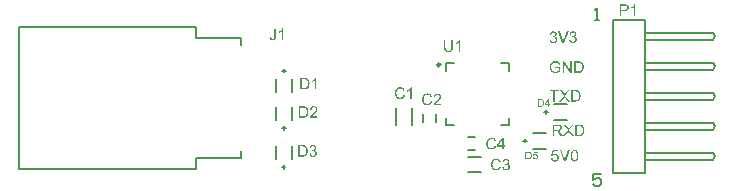
<source format=gto>
G04*
G04 #@! TF.GenerationSoftware,Altium Limited,Altium Designer,23.8.1 (32)*
G04*
G04 Layer_Color=65535*
%FSLAX44Y44*%
%MOMM*%
G71*
G04*
G04 #@! TF.SameCoordinates,74253FF4-D957-47BC-B6A2-51741DB418AF*
G04*
G04*
G04 #@! TF.FilePolarity,Positive*
G04*
G01*
G75*
%ADD10C,0.2500*%
%ADD11C,0.2000*%
%ADD12C,0.1524*%
G36*
X99401Y38061D02*
X99471D01*
X99555Y38047D01*
X99647Y38040D01*
X99745Y38026D01*
X99858Y38005D01*
X99971Y37984D01*
X100217Y37921D01*
X100351Y37885D01*
X100477Y37836D01*
X100604Y37787D01*
X100730Y37724D01*
X100737Y37717D01*
X100758Y37710D01*
X100794Y37689D01*
X100843Y37660D01*
X100899Y37625D01*
X100963Y37583D01*
X101033Y37534D01*
X101110Y37477D01*
X101279Y37344D01*
X101448Y37182D01*
X101610Y36999D01*
X101687Y36893D01*
X101758Y36788D01*
X101765Y36781D01*
X101772Y36760D01*
X101793Y36732D01*
X101814Y36682D01*
X101842Y36633D01*
X101870Y36563D01*
X101905Y36492D01*
X101941Y36408D01*
X101969Y36316D01*
X102004Y36225D01*
X102060Y36014D01*
X102102Y35782D01*
X102109Y35662D01*
X102116Y35536D01*
Y35529D01*
Y35507D01*
Y35472D01*
X102109Y35430D01*
Y35374D01*
X102095Y35310D01*
X102088Y35233D01*
X102074Y35156D01*
X102032Y34973D01*
X101969Y34783D01*
X101933Y34684D01*
X101884Y34579D01*
X101835Y34480D01*
X101772Y34382D01*
X101765Y34375D01*
X101758Y34360D01*
X101736Y34332D01*
X101708Y34297D01*
X101673Y34255D01*
X101631Y34206D01*
X101582Y34149D01*
X101518Y34086D01*
X101455Y34023D01*
X101378Y33960D01*
X101300Y33889D01*
X101209Y33819D01*
X101110Y33756D01*
X101005Y33685D01*
X100892Y33622D01*
X100773Y33565D01*
X100780D01*
X100808Y33558D01*
X100857Y33544D01*
X100913Y33523D01*
X100991Y33502D01*
X101075Y33467D01*
X101167Y33432D01*
X101265Y33383D01*
X101371Y33333D01*
X101483Y33270D01*
X101596Y33207D01*
X101708Y33129D01*
X101814Y33045D01*
X101919Y32953D01*
X102025Y32848D01*
X102116Y32735D01*
X102123Y32728D01*
X102138Y32707D01*
X102159Y32672D01*
X102194Y32623D01*
X102229Y32559D01*
X102271Y32489D01*
X102313Y32405D01*
X102356Y32306D01*
X102398Y32194D01*
X102447Y32074D01*
X102482Y31947D01*
X102517Y31806D01*
X102553Y31659D01*
X102574Y31504D01*
X102588Y31342D01*
X102595Y31166D01*
Y31152D01*
Y31110D01*
X102588Y31040D01*
X102581Y30955D01*
X102567Y30843D01*
X102546Y30716D01*
X102517Y30575D01*
X102475Y30420D01*
X102426Y30252D01*
X102370Y30083D01*
X102292Y29900D01*
X102201Y29717D01*
X102095Y29534D01*
X101969Y29351D01*
X101821Y29175D01*
X101659Y29006D01*
X101645Y28999D01*
X101617Y28971D01*
X101568Y28922D01*
X101490Y28866D01*
X101399Y28802D01*
X101293Y28725D01*
X101160Y28647D01*
X101019Y28563D01*
X100857Y28479D01*
X100674Y28401D01*
X100484Y28324D01*
X100273Y28261D01*
X100055Y28204D01*
X99816Y28155D01*
X99570Y28127D01*
X99309Y28120D01*
X99253D01*
X99183Y28127D01*
X99098Y28134D01*
X98986Y28141D01*
X98859Y28162D01*
X98718Y28183D01*
X98563Y28218D01*
X98402Y28254D01*
X98226Y28303D01*
X98050Y28366D01*
X97867Y28443D01*
X97691Y28528D01*
X97515Y28626D01*
X97339Y28746D01*
X97177Y28880D01*
X97170Y28887D01*
X97142Y28915D01*
X97100Y28957D01*
X97044Y29020D01*
X96980Y29098D01*
X96903Y29189D01*
X96826Y29295D01*
X96741Y29414D01*
X96657Y29548D01*
X96572Y29703D01*
X96495Y29865D01*
X96418Y30041D01*
X96354Y30231D01*
X96291Y30427D01*
X96249Y30639D01*
X96221Y30864D01*
X97416Y31026D01*
Y31012D01*
X97424Y30983D01*
X97438Y30927D01*
X97459Y30857D01*
X97480Y30772D01*
X97508Y30681D01*
X97543Y30575D01*
X97578Y30463D01*
X97677Y30216D01*
X97796Y29977D01*
X97867Y29858D01*
X97944Y29745D01*
X98022Y29646D01*
X98113Y29555D01*
X98120Y29548D01*
X98134Y29534D01*
X98162Y29513D01*
X98205Y29485D01*
X98247Y29450D01*
X98310Y29414D01*
X98373Y29372D01*
X98451Y29337D01*
X98535Y29295D01*
X98627Y29253D01*
X98725Y29217D01*
X98831Y29182D01*
X98943Y29154D01*
X99063Y29133D01*
X99183Y29119D01*
X99316Y29112D01*
X99351D01*
X99401Y29119D01*
X99457D01*
X99534Y29133D01*
X99619Y29140D01*
X99710Y29161D01*
X99816Y29182D01*
X99921Y29217D01*
X100041Y29253D01*
X100161Y29302D01*
X100280Y29358D01*
X100400Y29428D01*
X100519Y29506D01*
X100632Y29590D01*
X100744Y29696D01*
X100751Y29703D01*
X100773Y29724D01*
X100801Y29752D01*
X100836Y29801D01*
X100878Y29858D01*
X100927Y29928D01*
X100984Y30005D01*
X101040Y30097D01*
X101089Y30195D01*
X101145Y30308D01*
X101195Y30420D01*
X101237Y30554D01*
X101272Y30688D01*
X101300Y30829D01*
X101321Y30983D01*
X101328Y31138D01*
Y31145D01*
Y31173D01*
Y31216D01*
X101321Y31279D01*
X101314Y31342D01*
X101300Y31427D01*
X101286Y31518D01*
X101258Y31617D01*
X101230Y31722D01*
X101195Y31835D01*
X101153Y31947D01*
X101103Y32060D01*
X101040Y32172D01*
X100963Y32285D01*
X100885Y32390D01*
X100787Y32496D01*
X100780Y32503D01*
X100766Y32517D01*
X100730Y32545D01*
X100688Y32580D01*
X100639Y32623D01*
X100576Y32665D01*
X100498Y32714D01*
X100414Y32763D01*
X100322Y32813D01*
X100217Y32862D01*
X100104Y32904D01*
X99985Y32946D01*
X99858Y32982D01*
X99717Y33010D01*
X99577Y33024D01*
X99422Y33031D01*
X99358D01*
X99288Y33024D01*
X99190Y33017D01*
X99063Y33003D01*
X98922Y32975D01*
X98760Y32946D01*
X98577Y32904D01*
X98711Y33953D01*
X98732D01*
X98753Y33945D01*
X98781D01*
X98845Y33938D01*
X98979D01*
X99028Y33945D01*
X99098Y33953D01*
X99176Y33960D01*
X99260Y33974D01*
X99358Y33988D01*
X99464Y34009D01*
X99570Y34037D01*
X99802Y34107D01*
X99921Y34149D01*
X100041Y34206D01*
X100161Y34262D01*
X100273Y34332D01*
X100280Y34339D01*
X100301Y34353D01*
X100329Y34375D01*
X100372Y34410D01*
X100414Y34452D01*
X100470Y34501D01*
X100519Y34565D01*
X100583Y34635D01*
X100639Y34719D01*
X100695Y34811D01*
X100744Y34909D01*
X100787Y35022D01*
X100829Y35141D01*
X100857Y35275D01*
X100878Y35416D01*
X100885Y35564D01*
Y35571D01*
Y35592D01*
Y35627D01*
X100878Y35676D01*
X100871Y35726D01*
X100864Y35796D01*
X100850Y35866D01*
X100829Y35944D01*
X100773Y36112D01*
X100737Y36204D01*
X100695Y36295D01*
X100646Y36387D01*
X100583Y36478D01*
X100512Y36563D01*
X100435Y36647D01*
X100428Y36654D01*
X100414Y36668D01*
X100393Y36689D01*
X100358Y36718D01*
X100308Y36746D01*
X100259Y36788D01*
X100196Y36823D01*
X100125Y36865D01*
X100048Y36907D01*
X99964Y36943D01*
X99865Y36985D01*
X99767Y37013D01*
X99654Y37041D01*
X99541Y37062D01*
X99415Y37076D01*
X99288Y37083D01*
X99218D01*
X99176Y37076D01*
X99112Y37069D01*
X99042Y37062D01*
X98964Y37048D01*
X98880Y37027D01*
X98697Y36978D01*
X98606Y36943D01*
X98507Y36893D01*
X98409Y36844D01*
X98310Y36788D01*
X98219Y36718D01*
X98127Y36640D01*
X98120Y36633D01*
X98106Y36619D01*
X98085Y36591D01*
X98050Y36556D01*
X98015Y36514D01*
X97972Y36457D01*
X97930Y36387D01*
X97881Y36316D01*
X97832Y36225D01*
X97782Y36126D01*
X97726Y36021D01*
X97684Y35901D01*
X97635Y35775D01*
X97599Y35641D01*
X97564Y35493D01*
X97536Y35331D01*
X96340Y35543D01*
Y35550D01*
Y35557D01*
X96354Y35599D01*
X96368Y35655D01*
X96389Y35740D01*
X96418Y35845D01*
X96453Y35958D01*
X96495Y36084D01*
X96544Y36225D01*
X96607Y36373D01*
X96678Y36528D01*
X96762Y36682D01*
X96854Y36837D01*
X96952Y36992D01*
X97065Y37140D01*
X97191Y37280D01*
X97332Y37407D01*
X97339Y37414D01*
X97367Y37435D01*
X97409Y37470D01*
X97473Y37513D01*
X97550Y37562D01*
X97642Y37618D01*
X97747Y37674D01*
X97867Y37738D01*
X98000Y37801D01*
X98148Y37857D01*
X98303Y37914D01*
X98472Y37963D01*
X98655Y38005D01*
X98852Y38040D01*
X99056Y38061D01*
X99267Y38068D01*
X99344D01*
X99401Y38061D01*
D02*
G37*
G36*
X90507Y38026D02*
X90620D01*
X90740Y38019D01*
X90873D01*
X91155Y37998D01*
X91443Y37977D01*
X91584Y37956D01*
X91718Y37942D01*
X91844Y37921D01*
X91964Y37892D01*
X91971D01*
X91999Y37885D01*
X92041Y37871D01*
X92105Y37857D01*
X92175Y37829D01*
X92259Y37801D01*
X92351Y37773D01*
X92456Y37731D01*
X92674Y37639D01*
X92914Y37513D01*
X93153Y37372D01*
X93272Y37287D01*
X93385Y37196D01*
X93392Y37189D01*
X93420Y37168D01*
X93462Y37126D01*
X93512Y37076D01*
X93575Y37013D01*
X93652Y36936D01*
X93730Y36844D01*
X93821Y36746D01*
X93913Y36626D01*
X94004Y36499D01*
X94103Y36366D01*
X94201Y36218D01*
X94293Y36056D01*
X94377Y35894D01*
X94461Y35711D01*
X94539Y35529D01*
X94546Y35514D01*
X94553Y35479D01*
X94574Y35430D01*
X94602Y35353D01*
X94630Y35254D01*
X94658Y35141D01*
X94694Y35008D01*
X94736Y34860D01*
X94771Y34698D01*
X94806Y34515D01*
X94834Y34325D01*
X94862Y34121D01*
X94891Y33910D01*
X94912Y33685D01*
X94919Y33453D01*
X94926Y33214D01*
Y33200D01*
Y33164D01*
Y33108D01*
X94919Y33024D01*
Y32932D01*
X94912Y32820D01*
X94905Y32693D01*
X94891Y32552D01*
X94877Y32405D01*
X94862Y32243D01*
X94813Y31912D01*
X94750Y31574D01*
X94665Y31244D01*
Y31237D01*
X94651Y31209D01*
X94637Y31159D01*
X94616Y31103D01*
X94595Y31033D01*
X94560Y30948D01*
X94525Y30850D01*
X94483Y30751D01*
X94391Y30526D01*
X94271Y30287D01*
X94145Y30055D01*
X93997Y29829D01*
X93990Y29822D01*
X93976Y29808D01*
X93955Y29773D01*
X93927Y29738D01*
X93892Y29689D01*
X93842Y29632D01*
X93737Y29506D01*
X93603Y29365D01*
X93455Y29217D01*
X93287Y29077D01*
X93111Y28943D01*
X93104D01*
X93090Y28929D01*
X93061Y28915D01*
X93026Y28894D01*
X92977Y28866D01*
X92921Y28837D01*
X92857Y28802D01*
X92787Y28767D01*
X92703Y28725D01*
X92618Y28683D01*
X92520Y28647D01*
X92421Y28605D01*
X92196Y28528D01*
X91950Y28458D01*
X91943D01*
X91922Y28451D01*
X91879Y28443D01*
X91830Y28429D01*
X91767Y28422D01*
X91689Y28408D01*
X91598Y28394D01*
X91499Y28380D01*
X91387Y28359D01*
X91267Y28345D01*
X91141Y28331D01*
X91000Y28324D01*
X90859Y28310D01*
X90704Y28303D01*
X90388Y28296D01*
X86877D01*
Y38033D01*
X90416D01*
X90507Y38026D01*
D02*
G37*
G36*
X67943Y130103D02*
Y130089D01*
Y130046D01*
Y129983D01*
X67936Y129899D01*
Y129800D01*
X67929Y129680D01*
X67914Y129547D01*
X67907Y129406D01*
X67886Y129258D01*
X67872Y129103D01*
X67816Y128787D01*
X67781Y128632D01*
X67738Y128484D01*
X67696Y128344D01*
X67640Y128210D01*
Y128203D01*
X67626Y128182D01*
X67612Y128147D01*
X67584Y128097D01*
X67556Y128041D01*
X67513Y127978D01*
X67464Y127907D01*
X67415Y127830D01*
X67352Y127753D01*
X67281Y127668D01*
X67204Y127584D01*
X67119Y127499D01*
X67028Y127415D01*
X66929Y127338D01*
X66824Y127260D01*
X66704Y127190D01*
X66697Y127183D01*
X66676Y127176D01*
X66641Y127155D01*
X66592Y127133D01*
X66528Y127105D01*
X66458Y127077D01*
X66374Y127049D01*
X66275Y127014D01*
X66170Y126979D01*
X66057Y126951D01*
X65930Y126922D01*
X65804Y126894D01*
X65663Y126873D01*
X65515Y126852D01*
X65367Y126845D01*
X65206Y126838D01*
X65149D01*
X65086Y126845D01*
X64995Y126852D01*
X64889Y126859D01*
X64762Y126880D01*
X64622Y126901D01*
X64474Y126929D01*
X64319Y126972D01*
X64157Y127014D01*
X63995Y127077D01*
X63834Y127148D01*
X63672Y127232D01*
X63517Y127330D01*
X63369Y127443D01*
X63236Y127570D01*
X63229Y127577D01*
X63208Y127605D01*
X63172Y127647D01*
X63130Y127710D01*
X63081Y127788D01*
X63025Y127879D01*
X62961Y127992D01*
X62905Y128118D01*
X62842Y128266D01*
X62778Y128428D01*
X62729Y128611D01*
X62680Y128808D01*
X62638Y129019D01*
X62609Y129251D01*
X62588Y129497D01*
Y129758D01*
X63749Y129920D01*
Y129906D01*
Y129870D01*
X63756Y129814D01*
X63763Y129737D01*
X63770Y129645D01*
X63784Y129547D01*
X63798Y129434D01*
X63820Y129307D01*
X63869Y129054D01*
X63939Y128801D01*
X63988Y128688D01*
X64038Y128576D01*
X64101Y128477D01*
X64164Y128393D01*
X64171Y128386D01*
X64178Y128379D01*
X64207Y128358D01*
X64235Y128329D01*
X64270Y128301D01*
X64319Y128266D01*
X64368Y128224D01*
X64432Y128189D01*
X64502Y128154D01*
X64579Y128111D01*
X64664Y128076D01*
X64755Y128048D01*
X64861Y128020D01*
X64966Y128006D01*
X65079Y127992D01*
X65199Y127985D01*
X65248D01*
X65283Y127992D01*
X65325D01*
X65374Y127999D01*
X65487Y128013D01*
X65614Y128041D01*
X65754Y128076D01*
X65902Y128132D01*
X66036Y128203D01*
X66043D01*
X66050Y128217D01*
X66092Y128245D01*
X66156Y128294D01*
X66226Y128365D01*
X66310Y128449D01*
X66388Y128555D01*
X66465Y128674D01*
X66521Y128808D01*
Y128815D01*
X66528Y128829D01*
X66535Y128850D01*
X66542Y128878D01*
X66550Y128920D01*
X66564Y128970D01*
X66578Y129033D01*
X66592Y129103D01*
X66599Y129181D01*
X66613Y129272D01*
X66627Y129371D01*
X66634Y129483D01*
X66641Y129603D01*
X66648Y129730D01*
X66655Y129870D01*
Y130025D01*
Y136737D01*
X67943D01*
Y130103D01*
D02*
G37*
G36*
X74064Y127000D02*
X72868D01*
Y134613D01*
X72861Y134605D01*
X72846Y134591D01*
X72825Y134570D01*
X72790Y134542D01*
X72748Y134507D01*
X72692Y134458D01*
X72628Y134408D01*
X72565Y134352D01*
X72481Y134296D01*
X72396Y134226D01*
X72305Y134162D01*
X72206Y134085D01*
X72094Y134014D01*
X71981Y133937D01*
X71728Y133782D01*
X71721Y133775D01*
X71700Y133761D01*
X71658Y133740D01*
X71608Y133719D01*
X71552Y133684D01*
X71482Y133642D01*
X71397Y133599D01*
X71313Y133550D01*
X71116Y133452D01*
X70905Y133353D01*
X70686Y133255D01*
X70475Y133170D01*
Y134324D01*
X70490Y134331D01*
X70518Y134345D01*
X70574Y134373D01*
X70644Y134408D01*
X70729Y134451D01*
X70834Y134507D01*
X70947Y134570D01*
X71066Y134641D01*
X71200Y134725D01*
X71341Y134810D01*
X71636Y135007D01*
X71939Y135225D01*
X72227Y135464D01*
X72234Y135471D01*
X72263Y135492D01*
X72298Y135527D01*
X72347Y135576D01*
X72410Y135640D01*
X72481Y135710D01*
X72558Y135794D01*
X72642Y135879D01*
X72727Y135977D01*
X72818Y136083D01*
X72994Y136301D01*
X73156Y136533D01*
X73226Y136653D01*
X73290Y136772D01*
X74064D01*
Y127000D01*
D02*
G37*
G36*
X289449Y31670D02*
X286846D01*
X286498Y29917D01*
X286503Y29922D01*
X286526Y29936D01*
X286555Y29955D01*
X286602Y29983D01*
X286653Y30011D01*
X286714Y30049D01*
X286790Y30082D01*
X286870Y30124D01*
X286959Y30162D01*
X287053Y30199D01*
X287156Y30232D01*
X287260Y30260D01*
X287372Y30288D01*
X287485Y30307D01*
X287607Y30321D01*
X287725Y30326D01*
X287762D01*
X287809Y30321D01*
X287866Y30317D01*
X287941Y30307D01*
X288025Y30293D01*
X288124Y30274D01*
X288228Y30251D01*
X288335Y30223D01*
X288453Y30180D01*
X288570Y30133D01*
X288693Y30077D01*
X288815Y30006D01*
X288937Y29931D01*
X289055Y29837D01*
X289167Y29734D01*
X289172Y29729D01*
X289191Y29706D01*
X289224Y29673D01*
X289261Y29626D01*
X289303Y29569D01*
X289355Y29499D01*
X289407Y29414D01*
X289463Y29320D01*
X289515Y29217D01*
X289567Y29104D01*
X289618Y28977D01*
X289665Y28846D01*
X289698Y28700D01*
X289731Y28545D01*
X289750Y28385D01*
X289755Y28216D01*
Y28212D01*
Y28207D01*
Y28193D01*
Y28179D01*
X289750Y28132D01*
X289745Y28070D01*
X289741Y27991D01*
X289726Y27901D01*
X289712Y27803D01*
X289689Y27695D01*
X289661Y27577D01*
X289628Y27455D01*
X289585Y27328D01*
X289538Y27201D01*
X289477Y27070D01*
X289407Y26943D01*
X289327Y26816D01*
X289238Y26694D01*
X289228Y26684D01*
X289210Y26661D01*
X289172Y26623D01*
X289125Y26572D01*
X289059Y26510D01*
X288984Y26445D01*
X288895Y26374D01*
X288791Y26299D01*
X288674Y26224D01*
X288547Y26153D01*
X288406Y26088D01*
X288251Y26026D01*
X288086Y25979D01*
X287913Y25937D01*
X287725Y25914D01*
X287527Y25904D01*
X287490D01*
X287443Y25909D01*
X287382Y25914D01*
X287306Y25918D01*
X287217Y25933D01*
X287118Y25947D01*
X287015Y25965D01*
X286902Y25993D01*
X286785Y26026D01*
X286663Y26064D01*
X286541Y26111D01*
X286423Y26167D01*
X286301Y26233D01*
X286188Y26313D01*
X286080Y26398D01*
X286075Y26402D01*
X286056Y26421D01*
X286028Y26449D01*
X285991Y26487D01*
X285949Y26539D01*
X285897Y26600D01*
X285845Y26670D01*
X285789Y26750D01*
X285732Y26839D01*
X285681Y26938D01*
X285624Y27046D01*
X285572Y27164D01*
X285530Y27290D01*
X285493Y27427D01*
X285460Y27568D01*
X285441Y27718D01*
X286277Y27789D01*
Y27784D01*
X286282Y27760D01*
X286287Y27732D01*
X286296Y27690D01*
X286310Y27638D01*
X286324Y27577D01*
X286343Y27511D01*
X286367Y27441D01*
X286423Y27295D01*
X286456Y27215D01*
X286493Y27140D01*
X286541Y27065D01*
X286588Y26994D01*
X286644Y26929D01*
X286705Y26868D01*
X286710Y26863D01*
X286719Y26853D01*
X286738Y26839D01*
X286766Y26821D01*
X286799Y26797D01*
X286841Y26769D01*
X286884Y26745D01*
X286935Y26717D01*
X286992Y26684D01*
X287057Y26661D01*
X287123Y26633D01*
X287198Y26609D01*
X287274Y26590D01*
X287353Y26576D01*
X287438Y26567D01*
X287527Y26562D01*
X287556D01*
X287584Y26567D01*
X287626D01*
X287673Y26576D01*
X287734Y26586D01*
X287800Y26600D01*
X287870Y26618D01*
X287945Y26637D01*
X288025Y26665D01*
X288105Y26703D01*
X288190Y26745D01*
X288270Y26792D01*
X288354Y26853D01*
X288434Y26919D01*
X288509Y26994D01*
X288514Y26999D01*
X288528Y27013D01*
X288547Y27041D01*
X288570Y27074D01*
X288603Y27117D01*
X288636Y27168D01*
X288674Y27229D01*
X288711Y27300D01*
X288744Y27380D01*
X288782Y27464D01*
X288815Y27558D01*
X288848Y27662D01*
X288871Y27775D01*
X288890Y27892D01*
X288904Y28014D01*
X288909Y28146D01*
Y28155D01*
Y28174D01*
X288904Y28212D01*
Y28259D01*
X288899Y28315D01*
X288890Y28385D01*
X288876Y28456D01*
X288862Y28540D01*
X288838Y28625D01*
X288815Y28710D01*
X288782Y28799D01*
X288744Y28893D01*
X288702Y28982D01*
X288650Y29067D01*
X288589Y29151D01*
X288524Y29227D01*
X288519Y29231D01*
X288505Y29245D01*
X288486Y29264D01*
X288453Y29288D01*
X288415Y29320D01*
X288368Y29353D01*
X288317Y29386D01*
X288256Y29424D01*
X288185Y29461D01*
X288110Y29494D01*
X288030Y29532D01*
X287941Y29560D01*
X287842Y29584D01*
X287739Y29602D01*
X287631Y29616D01*
X287518Y29621D01*
X287480D01*
X287452Y29616D01*
X287419D01*
X287377Y29612D01*
X287335Y29607D01*
X287283Y29598D01*
X287175Y29579D01*
X287057Y29546D01*
X286935Y29504D01*
X286818Y29443D01*
X286813D01*
X286804Y29433D01*
X286790Y29424D01*
X286766Y29410D01*
X286710Y29372D01*
X286639Y29320D01*
X286564Y29255D01*
X286484Y29179D01*
X286404Y29090D01*
X286334Y28991D01*
X285582Y29090D01*
X286212Y32431D01*
X289449D01*
Y31670D01*
D02*
G37*
G36*
X281630Y32511D02*
X281705D01*
X281785Y32506D01*
X281874D01*
X282062Y32492D01*
X282255Y32478D01*
X282349Y32464D01*
X282438Y32455D01*
X282523Y32441D01*
X282603Y32422D01*
X282607D01*
X282626Y32417D01*
X282654Y32408D01*
X282697Y32398D01*
X282744Y32380D01*
X282800Y32361D01*
X282861Y32342D01*
X282932Y32314D01*
X283077Y32253D01*
X283237Y32168D01*
X283397Y32074D01*
X283477Y32018D01*
X283552Y31957D01*
X283557Y31952D01*
X283575Y31938D01*
X283604Y31910D01*
X283636Y31877D01*
X283679Y31834D01*
X283731Y31783D01*
X283782Y31722D01*
X283843Y31656D01*
X283904Y31576D01*
X283965Y31491D01*
X284031Y31402D01*
X284097Y31303D01*
X284158Y31195D01*
X284214Y31087D01*
X284271Y30965D01*
X284323Y30843D01*
X284327Y30833D01*
X284332Y30810D01*
X284346Y30777D01*
X284365Y30725D01*
X284384Y30660D01*
X284403Y30584D01*
X284426Y30495D01*
X284454Y30396D01*
X284478Y30288D01*
X284501Y30166D01*
X284520Y30039D01*
X284539Y29903D01*
X284557Y29762D01*
X284572Y29612D01*
X284576Y29457D01*
X284581Y29297D01*
Y29288D01*
Y29264D01*
Y29227D01*
X284576Y29170D01*
Y29109D01*
X284572Y29034D01*
X284567Y28949D01*
X284557Y28855D01*
X284548Y28757D01*
X284539Y28649D01*
X284506Y28428D01*
X284464Y28202D01*
X284407Y27981D01*
Y27977D01*
X284398Y27958D01*
X284388Y27925D01*
X284374Y27887D01*
X284360Y27840D01*
X284337Y27784D01*
X284313Y27718D01*
X284285Y27652D01*
X284224Y27502D01*
X284144Y27342D01*
X284060Y27187D01*
X283961Y27037D01*
X283956Y27032D01*
X283947Y27023D01*
X283933Y26999D01*
X283914Y26976D01*
X283890Y26943D01*
X283857Y26905D01*
X283787Y26821D01*
X283698Y26727D01*
X283599Y26628D01*
X283486Y26534D01*
X283369Y26445D01*
X283364D01*
X283355Y26435D01*
X283336Y26426D01*
X283312Y26412D01*
X283279Y26393D01*
X283242Y26374D01*
X283200Y26351D01*
X283153Y26327D01*
X283096Y26299D01*
X283040Y26271D01*
X282974Y26247D01*
X282908Y26219D01*
X282758Y26167D01*
X282593Y26120D01*
X282589D01*
X282575Y26116D01*
X282546Y26111D01*
X282514Y26102D01*
X282471Y26097D01*
X282419Y26088D01*
X282358Y26078D01*
X282293Y26069D01*
X282217Y26055D01*
X282138Y26045D01*
X282053Y26036D01*
X281959Y26031D01*
X281865Y26022D01*
X281762Y26017D01*
X281550Y26012D01*
X279205D01*
Y32516D01*
X281569D01*
X281630Y32511D01*
D02*
G37*
G36*
X298998Y72697D02*
X299877D01*
Y71964D01*
X298998D01*
Y70408D01*
X298200D01*
Y71964D01*
X295380D01*
Y72697D01*
X298345Y76912D01*
X298998D01*
Y72697D01*
D02*
G37*
G36*
X291828Y76907D02*
X291903D01*
X291983Y76902D01*
X292072D01*
X292260Y76888D01*
X292453Y76874D01*
X292547Y76860D01*
X292636Y76851D01*
X292721Y76837D01*
X292800Y76818D01*
X292805D01*
X292824Y76813D01*
X292852Y76804D01*
X292894Y76794D01*
X292941Y76775D01*
X292998Y76757D01*
X293059Y76738D01*
X293129Y76710D01*
X293275Y76649D01*
X293435Y76564D01*
X293594Y76470D01*
X293674Y76414D01*
X293750Y76353D01*
X293754Y76348D01*
X293773Y76334D01*
X293801Y76305D01*
X293834Y76273D01*
X293876Y76230D01*
X293928Y76179D01*
X293980Y76118D01*
X294041Y76052D01*
X294102Y75972D01*
X294163Y75887D01*
X294229Y75798D01*
X294295Y75699D01*
X294356Y75591D01*
X294412Y75483D01*
X294468Y75361D01*
X294520Y75239D01*
X294525Y75230D01*
X294530Y75206D01*
X294544Y75173D01*
X294562Y75121D01*
X294581Y75056D01*
X294600Y74980D01*
X294624Y74891D01*
X294652Y74792D01*
X294675Y74684D01*
X294699Y74562D01*
X294718Y74435D01*
X294736Y74299D01*
X294755Y74158D01*
X294769Y74008D01*
X294774Y73853D01*
X294779Y73693D01*
Y73684D01*
Y73660D01*
Y73622D01*
X294774Y73566D01*
Y73505D01*
X294769Y73430D01*
X294764Y73345D01*
X294755Y73251D01*
X294746Y73152D01*
X294736Y73044D01*
X294703Y72824D01*
X294661Y72598D01*
X294605Y72377D01*
Y72372D01*
X294595Y72354D01*
X294586Y72321D01*
X294572Y72283D01*
X294558Y72236D01*
X294534Y72180D01*
X294511Y72114D01*
X294483Y72048D01*
X294422Y71898D01*
X294342Y71738D01*
X294257Y71583D01*
X294158Y71433D01*
X294154Y71428D01*
X294144Y71419D01*
X294130Y71395D01*
X294111Y71372D01*
X294088Y71339D01*
X294055Y71301D01*
X293985Y71217D01*
X293895Y71122D01*
X293797Y71024D01*
X293684Y70930D01*
X293566Y70841D01*
X293562D01*
X293552Y70831D01*
X293533Y70822D01*
X293510Y70808D01*
X293477Y70789D01*
X293439Y70770D01*
X293397Y70747D01*
X293350Y70723D01*
X293294Y70695D01*
X293237Y70667D01*
X293172Y70643D01*
X293106Y70615D01*
X292955Y70563D01*
X292791Y70516D01*
X292786D01*
X292772Y70512D01*
X292744Y70507D01*
X292711Y70498D01*
X292669Y70493D01*
X292617Y70483D01*
X292556Y70474D01*
X292490Y70465D01*
X292415Y70451D01*
X292335Y70441D01*
X292251Y70432D01*
X292157Y70427D01*
X292063Y70418D01*
X291959Y70413D01*
X291748Y70408D01*
X289403D01*
Y76912D01*
X291767D01*
X291828Y76907D01*
D02*
G37*
G36*
X250707Y44397D02*
X250813Y44390D01*
X250939Y44383D01*
X251080Y44362D01*
X251242Y44341D01*
X251425Y44313D01*
X251615Y44270D01*
X251812Y44221D01*
X252016Y44165D01*
X252220Y44088D01*
X252424Y44003D01*
X252635Y43905D01*
X252832Y43792D01*
X253022Y43658D01*
X253036Y43651D01*
X253064Y43623D01*
X253120Y43581D01*
X253184Y43518D01*
X253268Y43447D01*
X253360Y43349D01*
X253458Y43243D01*
X253571Y43117D01*
X253683Y42976D01*
X253803Y42821D01*
X253916Y42645D01*
X254028Y42462D01*
X254141Y42258D01*
X254239Y42040D01*
X254338Y41808D01*
X254415Y41562D01*
X253149Y41266D01*
X253142Y41280D01*
X253135Y41315D01*
X253113Y41365D01*
X253085Y41442D01*
X253050Y41526D01*
X253008Y41625D01*
X252952Y41738D01*
X252895Y41857D01*
X252832Y41984D01*
X252755Y42111D01*
X252677Y42237D01*
X252586Y42371D01*
X252487Y42490D01*
X252389Y42610D01*
X252276Y42716D01*
X252157Y42814D01*
X252150Y42821D01*
X252129Y42835D01*
X252093Y42856D01*
X252044Y42891D01*
X251981Y42927D01*
X251903Y42969D01*
X251812Y43011D01*
X251713Y43060D01*
X251601Y43102D01*
X251481Y43145D01*
X251348Y43187D01*
X251207Y43222D01*
X251052Y43257D01*
X250890Y43278D01*
X250721Y43292D01*
X250538Y43299D01*
X250433D01*
X250355Y43292D01*
X250257Y43285D01*
X250144Y43271D01*
X250018Y43257D01*
X249884Y43229D01*
X249736Y43201D01*
X249589Y43166D01*
X249434Y43124D01*
X249272Y43074D01*
X249117Y43011D01*
X248962Y42934D01*
X248808Y42856D01*
X248660Y42758D01*
X248653Y42751D01*
X248625Y42737D01*
X248589Y42702D01*
X248540Y42659D01*
X248477Y42603D01*
X248407Y42540D01*
X248329Y42462D01*
X248245Y42378D01*
X248160Y42279D01*
X248069Y42174D01*
X247984Y42054D01*
X247900Y41920D01*
X247815Y41787D01*
X247738Y41639D01*
X247668Y41484D01*
X247605Y41315D01*
Y41308D01*
X247590Y41273D01*
X247576Y41224D01*
X247555Y41161D01*
X247534Y41076D01*
X247506Y40978D01*
X247485Y40865D01*
X247457Y40739D01*
X247429Y40605D01*
X247400Y40457D01*
X247372Y40302D01*
X247351Y40140D01*
X247316Y39803D01*
X247309Y39627D01*
X247302Y39444D01*
Y39430D01*
Y39388D01*
Y39324D01*
X247309Y39233D01*
X247316Y39127D01*
X247323Y39001D01*
X247330Y38860D01*
X247344Y38712D01*
X247365Y38543D01*
X247386Y38367D01*
X247457Y38009D01*
X247492Y37819D01*
X247541Y37636D01*
X247597Y37453D01*
X247661Y37277D01*
X247668Y37270D01*
X247675Y37235D01*
X247696Y37192D01*
X247731Y37129D01*
X247766Y37052D01*
X247815Y36960D01*
X247872Y36862D01*
X247935Y36756D01*
X248013Y36651D01*
X248097Y36538D01*
X248188Y36418D01*
X248287Y36306D01*
X248400Y36193D01*
X248519Y36088D01*
X248646Y35989D01*
X248787Y35898D01*
X248794Y35891D01*
X248822Y35877D01*
X248864Y35856D01*
X248920Y35828D01*
X248990Y35792D01*
X249075Y35750D01*
X249173Y35715D01*
X249279Y35673D01*
X249399Y35623D01*
X249525Y35588D01*
X249666Y35546D01*
X249807Y35511D01*
X249961Y35483D01*
X250116Y35462D01*
X250278Y35448D01*
X250440Y35440D01*
X250489D01*
X250545Y35448D01*
X250623D01*
X250714Y35462D01*
X250820Y35476D01*
X250947Y35490D01*
X251073Y35518D01*
X251214Y35553D01*
X251362Y35595D01*
X251516Y35645D01*
X251671Y35701D01*
X251826Y35771D01*
X251981Y35856D01*
X252129Y35954D01*
X252276Y36060D01*
X252283Y36067D01*
X252311Y36088D01*
X252347Y36123D01*
X252396Y36179D01*
X252459Y36243D01*
X252530Y36320D01*
X252607Y36418D01*
X252684Y36524D01*
X252769Y36651D01*
X252853Y36784D01*
X252945Y36939D01*
X253022Y37108D01*
X253106Y37284D01*
X253177Y37481D01*
X253240Y37685D01*
X253296Y37910D01*
X254584Y37586D01*
Y37579D01*
X254577Y37565D01*
X254570Y37544D01*
X254563Y37516D01*
X254556Y37481D01*
X254542Y37432D01*
X254507Y37326D01*
X254457Y37192D01*
X254401Y37045D01*
X254331Y36876D01*
X254246Y36693D01*
X254155Y36496D01*
X254049Y36299D01*
X253930Y36102D01*
X253796Y35898D01*
X253648Y35701D01*
X253486Y35511D01*
X253311Y35335D01*
X253120Y35166D01*
X253106Y35159D01*
X253071Y35131D01*
X253015Y35089D01*
X252931Y35040D01*
X252832Y34976D01*
X252705Y34906D01*
X252565Y34828D01*
X252403Y34751D01*
X252227Y34674D01*
X252030Y34596D01*
X251819Y34526D01*
X251594Y34462D01*
X251348Y34413D01*
X251094Y34371D01*
X250827Y34343D01*
X250545Y34336D01*
X250440D01*
X250391Y34343D01*
X250285D01*
X250151Y34357D01*
X249997Y34371D01*
X249821Y34392D01*
X249638Y34413D01*
X249434Y34448D01*
X249230Y34491D01*
X249012Y34547D01*
X248801Y34603D01*
X248589Y34681D01*
X248378Y34765D01*
X248174Y34864D01*
X247984Y34976D01*
X247970Y34983D01*
X247942Y35004D01*
X247893Y35047D01*
X247823Y35096D01*
X247738Y35159D01*
X247647Y35243D01*
X247541Y35335D01*
X247429Y35448D01*
X247309Y35574D01*
X247189Y35708D01*
X247063Y35863D01*
X246936Y36024D01*
X246816Y36207D01*
X246697Y36397D01*
X246584Y36609D01*
X246486Y36827D01*
Y36834D01*
X246479Y36841D01*
X246465Y36883D01*
X246437Y36946D01*
X246408Y37038D01*
X246366Y37150D01*
X246324Y37284D01*
X246275Y37439D01*
X246232Y37608D01*
X246183Y37798D01*
X246134Y38001D01*
X246092Y38213D01*
X246049Y38445D01*
X246021Y38677D01*
X245993Y38923D01*
X245979Y39176D01*
X245972Y39437D01*
Y39444D01*
Y39458D01*
Y39479D01*
Y39507D01*
Y39542D01*
X245979Y39585D01*
Y39690D01*
X245993Y39824D01*
X246000Y39979D01*
X246021Y40155D01*
X246042Y40345D01*
X246078Y40542D01*
X246113Y40753D01*
X246162Y40978D01*
X246218Y41203D01*
X246282Y41428D01*
X246359Y41653D01*
X246451Y41871D01*
X246549Y42089D01*
X246556Y42103D01*
X246577Y42139D01*
X246612Y42195D01*
X246655Y42279D01*
X246718Y42371D01*
X246788Y42476D01*
X246880Y42603D01*
X246978Y42730D01*
X247084Y42863D01*
X247211Y43011D01*
X247344Y43152D01*
X247492Y43292D01*
X247654Y43433D01*
X247823Y43567D01*
X248006Y43693D01*
X248202Y43813D01*
X248217Y43820D01*
X248252Y43841D01*
X248308Y43869D01*
X248393Y43905D01*
X248491Y43954D01*
X248611Y44003D01*
X248751Y44052D01*
X248899Y44109D01*
X249068Y44165D01*
X249251Y44214D01*
X249448Y44270D01*
X249652Y44313D01*
X249870Y44348D01*
X250095Y44376D01*
X250327Y44397D01*
X250567Y44404D01*
X250665D01*
X250707Y44397D01*
D02*
G37*
G36*
X260712Y37924D02*
X262028D01*
Y36827D01*
X260712D01*
Y34498D01*
X259516D01*
Y36827D01*
X255295D01*
Y37924D01*
X259734Y44235D01*
X260712D01*
Y37924D01*
D02*
G37*
G36*
X217836Y121103D02*
Y121096D01*
Y121089D01*
Y121068D01*
Y121040D01*
Y121005D01*
Y120963D01*
X217829Y120864D01*
Y120738D01*
X217822Y120597D01*
X217808Y120435D01*
X217794Y120266D01*
X217773Y120083D01*
X217751Y119893D01*
X217695Y119506D01*
X217653Y119309D01*
X217611Y119126D01*
X217554Y118944D01*
X217498Y118775D01*
X217491Y118768D01*
X217484Y118739D01*
X217463Y118690D01*
X217435Y118634D01*
X217393Y118556D01*
X217350Y118472D01*
X217294Y118381D01*
X217224Y118275D01*
X217146Y118162D01*
X217062Y118050D01*
X216963Y117937D01*
X216851Y117818D01*
X216731Y117698D01*
X216604Y117586D01*
X216457Y117473D01*
X216302Y117367D01*
X216295Y117360D01*
X216260Y117346D01*
X216210Y117318D01*
X216147Y117283D01*
X216056Y117241D01*
X215957Y117199D01*
X215831Y117149D01*
X215697Y117100D01*
X215535Y117051D01*
X215366Y117002D01*
X215183Y116959D01*
X214979Y116917D01*
X214761Y116882D01*
X214529Y116854D01*
X214290Y116840D01*
X214029Y116833D01*
X213896D01*
X213804Y116840D01*
X213685Y116847D01*
X213551Y116861D01*
X213396Y116875D01*
X213234Y116889D01*
X213058Y116917D01*
X212875Y116945D01*
X212693Y116987D01*
X212503Y117030D01*
X212320Y117086D01*
X212130Y117149D01*
X211954Y117220D01*
X211785Y117304D01*
X211778Y117311D01*
X211750Y117325D01*
X211701Y117353D01*
X211644Y117389D01*
X211574Y117438D01*
X211490Y117501D01*
X211405Y117571D01*
X211307Y117649D01*
X211208Y117740D01*
X211103Y117846D01*
X210997Y117951D01*
X210898Y118078D01*
X210800Y118205D01*
X210709Y118352D01*
X210624Y118500D01*
X210547Y118662D01*
X210540Y118676D01*
X210533Y118704D01*
X210511Y118753D01*
X210490Y118824D01*
X210462Y118915D01*
X210434Y119028D01*
X210399Y119155D01*
X210364Y119302D01*
X210329Y119471D01*
X210293Y119654D01*
X210265Y119851D01*
X210237Y120069D01*
X210216Y120301D01*
X210195Y120555D01*
X210188Y120822D01*
X210181Y121103D01*
Y126732D01*
X211468D01*
Y121110D01*
Y121096D01*
Y121054D01*
Y120991D01*
X211475Y120906D01*
Y120801D01*
X211483Y120681D01*
X211490Y120548D01*
X211497Y120400D01*
X211511Y120252D01*
X211525Y120097D01*
X211567Y119788D01*
X211595Y119640D01*
X211623Y119492D01*
X211658Y119359D01*
X211701Y119239D01*
Y119232D01*
X211715Y119211D01*
X211729Y119183D01*
X211750Y119141D01*
X211771Y119091D01*
X211806Y119035D01*
X211891Y118901D01*
X212003Y118753D01*
X212066Y118676D01*
X212144Y118599D01*
X212221Y118521D01*
X212313Y118451D01*
X212404Y118381D01*
X212510Y118317D01*
X212517D01*
X212538Y118303D01*
X212566Y118289D01*
X212615Y118268D01*
X212672Y118240D01*
X212735Y118212D01*
X212812Y118184D01*
X212904Y118155D01*
X213002Y118127D01*
X213108Y118099D01*
X213220Y118071D01*
X213347Y118043D01*
X213481Y118022D01*
X213621Y118008D01*
X213762Y118001D01*
X213917Y117994D01*
X213980D01*
X214051Y118001D01*
X214149D01*
X214269Y118015D01*
X214395Y118029D01*
X214543Y118050D01*
X214705Y118071D01*
X214867Y118106D01*
X215035Y118148D01*
X215204Y118205D01*
X215373Y118261D01*
X215535Y118338D01*
X215683Y118423D01*
X215823Y118521D01*
X215943Y118634D01*
X215950Y118641D01*
X215971Y118662D01*
X215999Y118704D01*
X216035Y118760D01*
X216084Y118838D01*
X216133Y118936D01*
X216189Y119049D01*
X216246Y119190D01*
X216302Y119345D01*
X216358Y119520D01*
X216408Y119724D01*
X216457Y119950D01*
X216492Y120203D01*
X216520Y120477D01*
X216541Y120780D01*
X216548Y121110D01*
Y126732D01*
X217836D01*
Y121103D01*
D02*
G37*
G36*
X223999Y116995D02*
X222803D01*
Y124607D01*
X222796Y124600D01*
X222782Y124586D01*
X222761Y124565D01*
X222726Y124537D01*
X222684Y124502D01*
X222627Y124452D01*
X222564Y124403D01*
X222500Y124347D01*
X222416Y124291D01*
X222332Y124220D01*
X222240Y124157D01*
X222142Y124080D01*
X222029Y124009D01*
X221917Y123932D01*
X221663Y123777D01*
X221656Y123770D01*
X221635Y123756D01*
X221593Y123735D01*
X221544Y123714D01*
X221487Y123679D01*
X221417Y123636D01*
X221333Y123594D01*
X221248Y123545D01*
X221051Y123446D01*
X220840Y123348D01*
X220622Y123249D01*
X220411Y123165D01*
Y124319D01*
X220425Y124326D01*
X220453Y124340D01*
X220509Y124368D01*
X220580Y124403D01*
X220664Y124445D01*
X220770Y124502D01*
X220882Y124565D01*
X221002Y124635D01*
X221136Y124720D01*
X221276Y124804D01*
X221572Y125001D01*
X221874Y125219D01*
X222163Y125459D01*
X222170Y125466D01*
X222198Y125487D01*
X222233Y125522D01*
X222282Y125571D01*
X222346Y125634D01*
X222416Y125705D01*
X222493Y125789D01*
X222578Y125874D01*
X222662Y125972D01*
X222754Y126078D01*
X222930Y126296D01*
X223092Y126528D01*
X223162Y126648D01*
X223225Y126767D01*
X223999D01*
Y116995D01*
D02*
G37*
G36*
X100140Y70985D02*
X100238Y70978D01*
X100358Y70971D01*
X100492Y70950D01*
X100646Y70929D01*
X100808Y70894D01*
X100984Y70852D01*
X101160Y70803D01*
X101350Y70739D01*
X101533Y70662D01*
X101716Y70570D01*
X101892Y70472D01*
X102061Y70352D01*
X102222Y70212D01*
X102229Y70205D01*
X102258Y70176D01*
X102300Y70134D01*
X102349Y70071D01*
X102412Y70001D01*
X102483Y69909D01*
X102560Y69804D01*
X102638Y69684D01*
X102708Y69550D01*
X102785Y69402D01*
X102856Y69241D01*
X102919Y69072D01*
X102968Y68889D01*
X103011Y68699D01*
X103039Y68495D01*
X103046Y68284D01*
Y68277D01*
Y68256D01*
Y68227D01*
Y68185D01*
X103039Y68129D01*
X103032Y68073D01*
X103025Y68002D01*
X103018Y67925D01*
X102989Y67749D01*
X102947Y67552D01*
X102884Y67348D01*
X102806Y67137D01*
Y67130D01*
X102792Y67109D01*
X102778Y67081D01*
X102757Y67038D01*
X102736Y66989D01*
X102701Y66926D01*
X102666Y66856D01*
X102617Y66778D01*
X102567Y66694D01*
X102511Y66602D01*
X102370Y66398D01*
X102293Y66293D01*
X102208Y66180D01*
X102110Y66068D01*
X102011Y65948D01*
X102004Y65941D01*
X101983Y65920D01*
X101955Y65884D01*
X101906Y65835D01*
X101842Y65772D01*
X101765Y65695D01*
X101681Y65603D01*
X101575Y65498D01*
X101456Y65385D01*
X101315Y65258D01*
X101167Y65118D01*
X100998Y64963D01*
X100815Y64801D01*
X100618Y64625D01*
X100400Y64435D01*
X100168Y64238D01*
X100154Y64231D01*
X100119Y64196D01*
X100070Y64154D01*
X99999Y64090D01*
X99908Y64020D01*
X99816Y63936D01*
X99711Y63844D01*
X99598Y63746D01*
X99359Y63542D01*
X99246Y63436D01*
X99134Y63338D01*
X99028Y63239D01*
X98937Y63155D01*
X98852Y63077D01*
X98789Y63007D01*
X98775Y62993D01*
X98740Y62951D01*
X98684Y62887D01*
X98613Y62810D01*
X98536Y62711D01*
X98451Y62606D01*
X98367Y62486D01*
X98289Y62367D01*
X103060D01*
Y61220D01*
X96629D01*
Y61227D01*
Y61241D01*
Y61262D01*
Y61290D01*
Y61332D01*
X96636Y61375D01*
X96643Y61487D01*
X96657Y61607D01*
X96678Y61747D01*
X96713Y61895D01*
X96763Y62043D01*
Y62050D01*
X96777Y62071D01*
X96791Y62106D01*
X96812Y62156D01*
X96833Y62219D01*
X96868Y62289D01*
X96910Y62367D01*
X96953Y62451D01*
X97002Y62550D01*
X97065Y62648D01*
X97199Y62866D01*
X97361Y63098D01*
X97551Y63338D01*
X97558Y63345D01*
X97579Y63366D01*
X97607Y63401D01*
X97649Y63450D01*
X97705Y63513D01*
X97776Y63584D01*
X97853Y63668D01*
X97952Y63760D01*
X98057Y63865D01*
X98170Y63978D01*
X98296Y64097D01*
X98437Y64231D01*
X98592Y64365D01*
X98754Y64506D01*
X98930Y64653D01*
X99113Y64808D01*
X99120Y64815D01*
X99134Y64822D01*
X99155Y64843D01*
X99183Y64864D01*
X99218Y64900D01*
X99260Y64935D01*
X99366Y65026D01*
X99500Y65132D01*
X99640Y65265D01*
X99802Y65406D01*
X99971Y65561D01*
X100154Y65723D01*
X100330Y65892D01*
X100513Y66060D01*
X100682Y66236D01*
X100850Y66405D01*
X100998Y66567D01*
X101139Y66729D01*
X101251Y66877D01*
X101259Y66884D01*
X101273Y66912D01*
X101301Y66954D01*
X101343Y67003D01*
X101385Y67074D01*
X101427Y67151D01*
X101484Y67242D01*
X101533Y67341D01*
X101582Y67446D01*
X101638Y67559D01*
X101730Y67805D01*
X101765Y67932D01*
X101793Y68059D01*
X101807Y68185D01*
X101814Y68312D01*
Y68319D01*
Y68347D01*
Y68382D01*
X101807Y68432D01*
X101800Y68495D01*
X101786Y68565D01*
X101772Y68643D01*
X101751Y68727D01*
X101723Y68818D01*
X101688Y68917D01*
X101645Y69015D01*
X101596Y69114D01*
X101540Y69219D01*
X101470Y69318D01*
X101392Y69416D01*
X101301Y69508D01*
X101294Y69515D01*
X101280Y69529D01*
X101251Y69550D01*
X101209Y69585D01*
X101160Y69620D01*
X101097Y69663D01*
X101026Y69712D01*
X100949Y69754D01*
X100857Y69804D01*
X100759Y69846D01*
X100646Y69888D01*
X100534Y69923D01*
X100407Y69958D01*
X100274Y69979D01*
X100133Y69993D01*
X99985Y70001D01*
X99901D01*
X99844Y69993D01*
X99767Y69986D01*
X99683Y69972D01*
X99591Y69958D01*
X99486Y69937D01*
X99380Y69909D01*
X99267Y69874D01*
X99155Y69832D01*
X99035Y69782D01*
X98923Y69719D01*
X98810Y69649D01*
X98698Y69571D01*
X98599Y69480D01*
X98592Y69473D01*
X98578Y69459D01*
X98550Y69423D01*
X98522Y69388D01*
X98479Y69332D01*
X98437Y69269D01*
X98388Y69191D01*
X98346Y69107D01*
X98296Y69015D01*
X98247Y68903D01*
X98205Y68790D01*
X98163Y68664D01*
X98135Y68523D01*
X98106Y68375D01*
X98092Y68220D01*
X98085Y68052D01*
X96854Y68178D01*
Y68185D01*
Y68192D01*
X96861Y68213D01*
Y68242D01*
X96868Y68312D01*
X96889Y68403D01*
X96910Y68516D01*
X96939Y68650D01*
X96974Y68797D01*
X97016Y68952D01*
X97072Y69121D01*
X97136Y69290D01*
X97213Y69466D01*
X97304Y69642D01*
X97403Y69811D01*
X97523Y69972D01*
X97649Y70127D01*
X97797Y70268D01*
X97804Y70275D01*
X97832Y70296D01*
X97881Y70338D01*
X97945Y70380D01*
X98029Y70437D01*
X98128Y70500D01*
X98247Y70563D01*
X98381Y70634D01*
X98536Y70697D01*
X98698Y70760D01*
X98881Y70824D01*
X99078Y70880D01*
X99289Y70929D01*
X99514Y70964D01*
X99753Y70985D01*
X100006Y70992D01*
X100070D01*
X100140Y70985D01*
D02*
G37*
G36*
X91071Y70950D02*
X91183D01*
X91303Y70943D01*
X91437D01*
X91718Y70922D01*
X92007Y70901D01*
X92147Y70880D01*
X92281Y70866D01*
X92408Y70845D01*
X92527Y70817D01*
X92534D01*
X92562Y70810D01*
X92605Y70795D01*
X92668Y70781D01*
X92738Y70753D01*
X92823Y70725D01*
X92914Y70697D01*
X93020Y70655D01*
X93238Y70563D01*
X93477Y70437D01*
X93716Y70296D01*
X93836Y70212D01*
X93948Y70120D01*
X93955Y70113D01*
X93984Y70092D01*
X94026Y70050D01*
X94075Y70001D01*
X94138Y69937D01*
X94216Y69860D01*
X94293Y69768D01*
X94385Y69670D01*
X94476Y69550D01*
X94567Y69423D01*
X94666Y69290D01*
X94764Y69142D01*
X94856Y68980D01*
X94940Y68818D01*
X95025Y68636D01*
X95102Y68453D01*
X95109Y68439D01*
X95116Y68403D01*
X95137Y68354D01*
X95166Y68277D01*
X95194Y68178D01*
X95222Y68066D01*
X95257Y67932D01*
X95299Y67784D01*
X95334Y67622D01*
X95370Y67439D01*
X95398Y67249D01*
X95426Y67045D01*
X95454Y66834D01*
X95475Y66609D01*
X95482Y66377D01*
X95489Y66138D01*
Y66124D01*
Y66089D01*
Y66032D01*
X95482Y65948D01*
Y65856D01*
X95475Y65744D01*
X95468Y65617D01*
X95454Y65476D01*
X95440Y65329D01*
X95426Y65167D01*
X95377Y64836D01*
X95313Y64499D01*
X95229Y64168D01*
Y64161D01*
X95215Y64133D01*
X95201Y64083D01*
X95180Y64027D01*
X95159Y63957D01*
X95123Y63872D01*
X95088Y63774D01*
X95046Y63675D01*
X94955Y63450D01*
X94835Y63211D01*
X94708Y62979D01*
X94560Y62754D01*
X94553Y62747D01*
X94539Y62733D01*
X94518Y62697D01*
X94490Y62662D01*
X94455Y62613D01*
X94406Y62557D01*
X94300Y62430D01*
X94166Y62289D01*
X94019Y62141D01*
X93850Y62001D01*
X93674Y61867D01*
X93667D01*
X93653Y61853D01*
X93625Y61839D01*
X93590Y61818D01*
X93540Y61790D01*
X93484Y61761D01*
X93421Y61726D01*
X93350Y61691D01*
X93266Y61649D01*
X93181Y61607D01*
X93083Y61572D01*
X92985Y61529D01*
X92759Y61452D01*
X92513Y61382D01*
X92506D01*
X92485Y61375D01*
X92443Y61368D01*
X92394Y61354D01*
X92330Y61346D01*
X92253Y61332D01*
X92161Y61318D01*
X92063Y61304D01*
X91950Y61283D01*
X91831Y61269D01*
X91704Y61255D01*
X91563Y61248D01*
X91423Y61234D01*
X91268Y61227D01*
X90951Y61220D01*
X87440D01*
Y70957D01*
X90979D01*
X91071Y70950D01*
D02*
G37*
G36*
X102170Y85218D02*
X100974D01*
Y92830D01*
X100967Y92823D01*
X100953Y92809D01*
X100931Y92788D01*
X100896Y92760D01*
X100854Y92725D01*
X100798Y92676D01*
X100734Y92626D01*
X100671Y92570D01*
X100587Y92514D01*
X100502Y92443D01*
X100411Y92380D01*
X100312Y92303D01*
X100200Y92232D01*
X100087Y92155D01*
X99834Y92000D01*
X99827Y91993D01*
X99806Y91979D01*
X99763Y91958D01*
X99714Y91937D01*
X99658Y91902D01*
X99588Y91859D01*
X99503Y91817D01*
X99419Y91768D01*
X99222Y91669D01*
X99011Y91571D01*
X98792Y91472D01*
X98581Y91388D01*
Y92542D01*
X98596Y92549D01*
X98624Y92563D01*
X98680Y92591D01*
X98750Y92626D01*
X98835Y92668D01*
X98940Y92725D01*
X99053Y92788D01*
X99172Y92858D01*
X99306Y92943D01*
X99447Y93027D01*
X99742Y93224D01*
X100045Y93442D01*
X100333Y93682D01*
X100340Y93689D01*
X100369Y93710D01*
X100404Y93745D01*
X100453Y93794D01*
X100516Y93857D01*
X100587Y93928D01*
X100664Y94012D01*
X100749Y94097D01*
X100833Y94195D01*
X100924Y94301D01*
X101100Y94519D01*
X101262Y94751D01*
X101333Y94871D01*
X101396Y94990D01*
X102170D01*
Y85218D01*
D02*
G37*
G36*
X91961Y94948D02*
X92073D01*
X92193Y94941D01*
X92327D01*
X92608Y94920D01*
X92896Y94899D01*
X93037Y94878D01*
X93171Y94864D01*
X93298Y94843D01*
X93417Y94814D01*
X93424D01*
X93452Y94807D01*
X93495Y94793D01*
X93558Y94779D01*
X93628Y94751D01*
X93713Y94723D01*
X93804Y94695D01*
X93910Y94653D01*
X94128Y94561D01*
X94367Y94434D01*
X94606Y94294D01*
X94726Y94209D01*
X94838Y94118D01*
X94846Y94111D01*
X94874Y94090D01*
X94916Y94047D01*
X94965Y93998D01*
X95028Y93935D01*
X95106Y93857D01*
X95183Y93766D01*
X95275Y93667D01*
X95366Y93548D01*
X95458Y93421D01*
X95556Y93288D01*
X95655Y93140D01*
X95746Y92978D01*
X95830Y92816D01*
X95915Y92633D01*
X95992Y92450D01*
X95999Y92436D01*
X96006Y92401D01*
X96027Y92352D01*
X96056Y92274D01*
X96084Y92176D01*
X96112Y92063D01*
X96147Y91930D01*
X96189Y91782D01*
X96224Y91620D01*
X96260Y91437D01*
X96288Y91247D01*
X96316Y91043D01*
X96344Y90832D01*
X96365Y90607D01*
X96372Y90375D01*
X96379Y90136D01*
Y90121D01*
Y90086D01*
Y90030D01*
X96372Y89946D01*
Y89854D01*
X96365Y89742D01*
X96358Y89615D01*
X96344Y89474D01*
X96330Y89326D01*
X96316Y89165D01*
X96267Y88834D01*
X96203Y88496D01*
X96119Y88166D01*
Y88159D01*
X96105Y88130D01*
X96091Y88081D01*
X96070Y88025D01*
X96049Y87955D01*
X96013Y87870D01*
X95978Y87772D01*
X95936Y87673D01*
X95844Y87448D01*
X95725Y87209D01*
X95598Y86976D01*
X95450Y86751D01*
X95443Y86744D01*
X95429Y86730D01*
X95408Y86695D01*
X95380Y86660D01*
X95345Y86611D01*
X95296Y86554D01*
X95190Y86428D01*
X95056Y86287D01*
X94909Y86139D01*
X94740Y85998D01*
X94564Y85865D01*
X94557D01*
X94543Y85851D01*
X94515Y85837D01*
X94480Y85816D01*
X94430Y85787D01*
X94374Y85759D01*
X94311Y85724D01*
X94240Y85689D01*
X94156Y85647D01*
X94072Y85604D01*
X93973Y85569D01*
X93875Y85527D01*
X93649Y85450D01*
X93403Y85379D01*
X93396D01*
X93375Y85372D01*
X93333Y85365D01*
X93284Y85351D01*
X93220Y85344D01*
X93143Y85330D01*
X93051Y85316D01*
X92953Y85302D01*
X92840Y85281D01*
X92721Y85267D01*
X92594Y85253D01*
X92453Y85246D01*
X92313Y85232D01*
X92158Y85225D01*
X91841Y85218D01*
X88330D01*
Y94955D01*
X91869D01*
X91961Y94948D01*
D02*
G37*
G36*
X313141Y24292D02*
X311811D01*
X308040Y34029D01*
X309440D01*
X311966Y26951D01*
X311973Y26944D01*
X311980Y26916D01*
X311994Y26867D01*
X312015Y26804D01*
X312043Y26733D01*
X312071Y26642D01*
X312107Y26543D01*
X312149Y26431D01*
X312184Y26311D01*
X312226Y26184D01*
X312311Y25917D01*
X312402Y25636D01*
X312479Y25354D01*
Y25361D01*
X312486Y25389D01*
X312501Y25432D01*
X312522Y25488D01*
X312543Y25565D01*
X312564Y25650D01*
X312599Y25748D01*
X312627Y25854D01*
X312669Y25966D01*
X312705Y26093D01*
X312754Y26227D01*
X312796Y26360D01*
X312895Y26656D01*
X313007Y26951D01*
X315639Y34029D01*
X316954D01*
X313141Y24292D01*
D02*
G37*
G36*
X306992Y32763D02*
X303094D01*
X302573Y30139D01*
X302580Y30146D01*
X302615Y30167D01*
X302658Y30195D01*
X302728Y30237D01*
X302805Y30279D01*
X302897Y30336D01*
X303009Y30385D01*
X303129Y30448D01*
X303263Y30504D01*
X303403Y30561D01*
X303558Y30610D01*
X303713Y30652D01*
X303882Y30694D01*
X304051Y30722D01*
X304233Y30744D01*
X304409Y30751D01*
X304466D01*
X304536Y30744D01*
X304620Y30737D01*
X304733Y30722D01*
X304860Y30701D01*
X305007Y30673D01*
X305162Y30638D01*
X305324Y30596D01*
X305500Y30533D01*
X305676Y30462D01*
X305859Y30378D01*
X306042Y30272D01*
X306225Y30160D01*
X306401Y30019D01*
X306569Y29864D01*
X306576Y29857D01*
X306605Y29822D01*
X306654Y29773D01*
X306710Y29702D01*
X306773Y29618D01*
X306851Y29512D01*
X306928Y29386D01*
X307013Y29245D01*
X307090Y29090D01*
X307167Y28921D01*
X307245Y28731D01*
X307315Y28534D01*
X307364Y28316D01*
X307414Y28084D01*
X307442Y27845D01*
X307449Y27592D01*
Y27585D01*
Y27578D01*
Y27556D01*
Y27535D01*
X307442Y27465D01*
X307435Y27373D01*
X307428Y27254D01*
X307407Y27120D01*
X307386Y26972D01*
X307350Y26811D01*
X307308Y26635D01*
X307259Y26452D01*
X307196Y26262D01*
X307125Y26072D01*
X307034Y25875D01*
X306928Y25685D01*
X306809Y25495D01*
X306675Y25312D01*
X306661Y25298D01*
X306633Y25263D01*
X306576Y25206D01*
X306506Y25129D01*
X306408Y25038D01*
X306295Y24939D01*
X306161Y24834D01*
X306007Y24721D01*
X305831Y24608D01*
X305641Y24503D01*
X305430Y24404D01*
X305197Y24313D01*
X304951Y24243D01*
X304691Y24179D01*
X304409Y24144D01*
X304114Y24130D01*
X304058D01*
X303987Y24137D01*
X303896Y24144D01*
X303783Y24151D01*
X303650Y24172D01*
X303502Y24193D01*
X303347Y24221D01*
X303178Y24264D01*
X303002Y24313D01*
X302819Y24369D01*
X302636Y24440D01*
X302460Y24524D01*
X302278Y24622D01*
X302109Y24742D01*
X301947Y24869D01*
X301940Y24876D01*
X301912Y24904D01*
X301870Y24946D01*
X301813Y25002D01*
X301750Y25080D01*
X301672Y25171D01*
X301595Y25277D01*
X301511Y25396D01*
X301426Y25530D01*
X301349Y25678D01*
X301264Y25840D01*
X301187Y26016D01*
X301124Y26206D01*
X301067Y26410D01*
X301018Y26621D01*
X300990Y26846D01*
X302242Y26951D01*
Y26944D01*
X302249Y26909D01*
X302256Y26867D01*
X302271Y26804D01*
X302292Y26726D01*
X302313Y26635D01*
X302341Y26536D01*
X302376Y26431D01*
X302460Y26213D01*
X302510Y26093D01*
X302566Y25980D01*
X302636Y25868D01*
X302707Y25762D01*
X302791Y25664D01*
X302883Y25572D01*
X302890Y25565D01*
X302904Y25551D01*
X302932Y25530D01*
X302974Y25502D01*
X303023Y25467D01*
X303087Y25425D01*
X303150Y25389D01*
X303227Y25347D01*
X303312Y25298D01*
X303410Y25263D01*
X303509Y25220D01*
X303621Y25185D01*
X303734Y25157D01*
X303854Y25136D01*
X303980Y25122D01*
X304114Y25115D01*
X304156D01*
X304198Y25122D01*
X304262D01*
X304332Y25136D01*
X304424Y25150D01*
X304522Y25171D01*
X304627Y25199D01*
X304740Y25228D01*
X304860Y25270D01*
X304979Y25326D01*
X305106Y25389D01*
X305226Y25460D01*
X305352Y25551D01*
X305472Y25650D01*
X305584Y25762D01*
X305591Y25769D01*
X305613Y25790D01*
X305641Y25833D01*
X305676Y25882D01*
X305725Y25945D01*
X305774Y26023D01*
X305831Y26114D01*
X305887Y26220D01*
X305936Y26339D01*
X305993Y26466D01*
X306042Y26607D01*
X306091Y26761D01*
X306126Y26930D01*
X306154Y27106D01*
X306175Y27289D01*
X306182Y27486D01*
Y27500D01*
Y27528D01*
X306175Y27585D01*
Y27655D01*
X306168Y27739D01*
X306154Y27845D01*
X306133Y27950D01*
X306112Y28077D01*
X306077Y28204D01*
X306042Y28330D01*
X305993Y28464D01*
X305936Y28605D01*
X305873Y28738D01*
X305795Y28865D01*
X305704Y28992D01*
X305606Y29104D01*
X305598Y29111D01*
X305577Y29132D01*
X305549Y29161D01*
X305500Y29196D01*
X305444Y29245D01*
X305373Y29294D01*
X305296Y29344D01*
X305204Y29400D01*
X305099Y29456D01*
X304986Y29505D01*
X304867Y29562D01*
X304733Y29604D01*
X304585Y29639D01*
X304431Y29667D01*
X304269Y29688D01*
X304100Y29695D01*
X304044D01*
X304001Y29688D01*
X303952D01*
X303889Y29681D01*
X303825Y29674D01*
X303748Y29660D01*
X303586Y29632D01*
X303410Y29583D01*
X303227Y29519D01*
X303051Y29428D01*
X303044D01*
X303030Y29414D01*
X303009Y29400D01*
X302974Y29379D01*
X302890Y29322D01*
X302784Y29245D01*
X302672Y29146D01*
X302552Y29034D01*
X302432Y28900D01*
X302327Y28753D01*
X301201Y28900D01*
X302144Y33903D01*
X306992D01*
Y32763D01*
D02*
G37*
G36*
X320929Y34058D02*
X320993D01*
X321077Y34051D01*
X321162Y34036D01*
X321260Y34022D01*
X321471Y33987D01*
X321703Y33931D01*
X321943Y33853D01*
X322055Y33804D01*
X322168Y33748D01*
X322175D01*
X322196Y33734D01*
X322224Y33713D01*
X322266Y33692D01*
X322315Y33656D01*
X322372Y33614D01*
X322442Y33572D01*
X322513Y33516D01*
X322667Y33389D01*
X322829Y33227D01*
X322991Y33044D01*
X323139Y32833D01*
X323146Y32826D01*
X323153Y32805D01*
X323174Y32770D01*
X323202Y32728D01*
X323237Y32671D01*
X323272Y32601D01*
X323315Y32524D01*
X323357Y32432D01*
X323406Y32334D01*
X323455Y32221D01*
X323505Y32102D01*
X323561Y31975D01*
X323610Y31841D01*
X323652Y31700D01*
X323702Y31546D01*
X323744Y31391D01*
Y31384D01*
X323751Y31349D01*
X323765Y31307D01*
X323779Y31236D01*
X323793Y31152D01*
X323814Y31046D01*
X323835Y30927D01*
X323856Y30786D01*
X323877Y30631D01*
X323899Y30455D01*
X323920Y30265D01*
X323934Y30061D01*
X323948Y29843D01*
X323962Y29604D01*
X323969Y29358D01*
Y29090D01*
Y29083D01*
Y29069D01*
Y29048D01*
Y29013D01*
Y28978D01*
Y28928D01*
X323962Y28872D01*
Y28809D01*
X323955Y28661D01*
X323948Y28492D01*
X323941Y28309D01*
X323927Y28105D01*
X323906Y27887D01*
X323885Y27662D01*
X323821Y27205D01*
X323779Y26972D01*
X323730Y26747D01*
X323673Y26529D01*
X323610Y26325D01*
X323603Y26311D01*
X323596Y26276D01*
X323575Y26227D01*
X323547Y26149D01*
X323505Y26065D01*
X323462Y25959D01*
X323406Y25847D01*
X323350Y25727D01*
X323279Y25601D01*
X323195Y25467D01*
X323111Y25333D01*
X323019Y25192D01*
X322914Y25059D01*
X322801Y24932D01*
X322681Y24813D01*
X322555Y24700D01*
X322548Y24693D01*
X322519Y24679D01*
X322484Y24651D01*
X322428Y24608D01*
X322358Y24566D01*
X322280Y24517D01*
X322182Y24468D01*
X322076Y24418D01*
X321950Y24362D01*
X321816Y24313D01*
X321675Y24264D01*
X321521Y24221D01*
X321352Y24186D01*
X321176Y24158D01*
X320993Y24137D01*
X320796Y24130D01*
X320732D01*
X320662Y24137D01*
X320564Y24144D01*
X320444Y24158D01*
X320303Y24186D01*
X320155Y24214D01*
X319987Y24257D01*
X319811Y24306D01*
X319635Y24376D01*
X319452Y24454D01*
X319262Y24552D01*
X319079Y24665D01*
X318903Y24798D01*
X318734Y24953D01*
X318580Y25129D01*
Y25136D01*
X318573Y25143D01*
X318558Y25164D01*
X318537Y25185D01*
X318516Y25220D01*
X318488Y25263D01*
X318460Y25305D01*
X318432Y25361D01*
X318397Y25425D01*
X318354Y25495D01*
X318319Y25572D01*
X318277Y25657D01*
X318235Y25755D01*
X318193Y25854D01*
X318143Y25966D01*
X318101Y26079D01*
X318059Y26206D01*
X318010Y26339D01*
X317967Y26480D01*
X317925Y26635D01*
X317883Y26790D01*
X317848Y26958D01*
X317806Y27127D01*
X317770Y27317D01*
X317742Y27507D01*
X317714Y27704D01*
X317686Y27915D01*
X317665Y28133D01*
X317644Y28359D01*
X317637Y28591D01*
X317623Y28837D01*
Y29090D01*
Y29097D01*
Y29111D01*
Y29132D01*
Y29168D01*
Y29210D01*
Y29259D01*
X317630Y29315D01*
Y29379D01*
X317637Y29519D01*
X317644Y29688D01*
X317651Y29878D01*
X317665Y30082D01*
X317686Y30300D01*
X317707Y30526D01*
X317770Y30990D01*
X317813Y31222D01*
X317862Y31447D01*
X317911Y31665D01*
X317974Y31869D01*
X317981Y31883D01*
X317988Y31919D01*
X318010Y31968D01*
X318038Y32045D01*
X318080Y32130D01*
X318122Y32235D01*
X318179Y32348D01*
X318242Y32467D01*
X318305Y32594D01*
X318389Y32728D01*
X318474Y32868D01*
X318565Y33002D01*
X318671Y33136D01*
X318783Y33263D01*
X318903Y33382D01*
X319030Y33495D01*
X319037Y33502D01*
X319065Y33523D01*
X319100Y33551D01*
X319156Y33586D01*
X319227Y33628D01*
X319311Y33678D01*
X319403Y33727D01*
X319515Y33783D01*
X319635Y33832D01*
X319769Y33882D01*
X319916Y33931D01*
X320071Y33973D01*
X320240Y34015D01*
X320416Y34043D01*
X320599Y34058D01*
X320796Y34065D01*
X320873D01*
X320929Y34058D01*
D02*
G37*
G36*
X313053Y80038D02*
X316697Y74930D01*
X315100D01*
X312645Y78399D01*
X312638Y78413D01*
X312610Y78448D01*
X312567Y78511D01*
X312518Y78582D01*
X312455Y78673D01*
X312391Y78772D01*
X312244Y78990D01*
Y78983D01*
X312230Y78969D01*
X312216Y78940D01*
X312194Y78912D01*
X312138Y78821D01*
X312068Y78722D01*
X311990Y78603D01*
X311920Y78490D01*
X311850Y78385D01*
X311786Y78300D01*
X309317Y74930D01*
X307769D01*
X311533Y79975D01*
X308212Y84668D01*
X309753D01*
X311526Y82177D01*
X311533Y82170D01*
X311547Y82142D01*
X311582Y82100D01*
X311618Y82050D01*
X311660Y81987D01*
X311716Y81910D01*
X311772Y81825D01*
X311836Y81741D01*
X311962Y81544D01*
X312089Y81347D01*
X312208Y81157D01*
X312265Y81065D01*
X312307Y80981D01*
X312314Y80988D01*
X312321Y81002D01*
X312342Y81030D01*
X312363Y81072D01*
X312398Y81115D01*
X312434Y81171D01*
X312476Y81241D01*
X312525Y81312D01*
X312638Y81473D01*
X312764Y81656D01*
X312912Y81860D01*
X313074Y82071D01*
X315023Y84668D01*
X316430D01*
X313053Y80038D01*
D02*
G37*
G36*
X321461Y84661D02*
X321573D01*
X321693Y84654D01*
X321827D01*
X322108Y84632D01*
X322396Y84611D01*
X322537Y84590D01*
X322671Y84576D01*
X322797Y84555D01*
X322917Y84527D01*
X322924D01*
X322952Y84520D01*
X322994Y84506D01*
X323058Y84492D01*
X323128Y84464D01*
X323213Y84435D01*
X323304Y84407D01*
X323410Y84365D01*
X323628Y84274D01*
X323867Y84147D01*
X324106Y84006D01*
X324226Y83922D01*
X324338Y83830D01*
X324345Y83823D01*
X324373Y83802D01*
X324416Y83760D01*
X324465Y83711D01*
X324528Y83647D01*
X324606Y83570D01*
X324683Y83478D01*
X324775Y83380D01*
X324866Y83260D01*
X324957Y83134D01*
X325056Y83000D01*
X325154Y82852D01*
X325246Y82690D01*
X325330Y82529D01*
X325415Y82346D01*
X325492Y82163D01*
X325499Y82149D01*
X325506Y82114D01*
X325527Y82064D01*
X325555Y81987D01*
X325584Y81888D01*
X325612Y81776D01*
X325647Y81642D01*
X325689Y81494D01*
X325724Y81333D01*
X325760Y81150D01*
X325788Y80960D01*
X325816Y80756D01*
X325844Y80545D01*
X325865Y80319D01*
X325872Y80087D01*
X325879Y79848D01*
Y79834D01*
Y79799D01*
Y79742D01*
X325872Y79658D01*
Y79567D01*
X325865Y79454D01*
X325858Y79327D01*
X325844Y79187D01*
X325830Y79039D01*
X325816Y78877D01*
X325766Y78546D01*
X325703Y78209D01*
X325619Y77878D01*
Y77871D01*
X325605Y77843D01*
X325591Y77794D01*
X325569Y77737D01*
X325548Y77667D01*
X325513Y77583D01*
X325478Y77484D01*
X325436Y77386D01*
X325344Y77160D01*
X325225Y76921D01*
X325098Y76689D01*
X324950Y76464D01*
X324943Y76457D01*
X324929Y76443D01*
X324908Y76407D01*
X324880Y76372D01*
X324845Y76323D01*
X324796Y76267D01*
X324690Y76140D01*
X324556Y75999D01*
X324409Y75852D01*
X324240Y75711D01*
X324064Y75577D01*
X324057D01*
X324043Y75563D01*
X324015Y75549D01*
X323979Y75528D01*
X323930Y75500D01*
X323874Y75472D01*
X323811Y75437D01*
X323740Y75401D01*
X323656Y75359D01*
X323571Y75317D01*
X323473Y75282D01*
X323374Y75240D01*
X323149Y75162D01*
X322903Y75092D01*
X322896D01*
X322875Y75085D01*
X322833Y75078D01*
X322783Y75064D01*
X322720Y75057D01*
X322643Y75043D01*
X322551Y75029D01*
X322453Y75014D01*
X322340Y74993D01*
X322220Y74979D01*
X322094Y74965D01*
X321953Y74958D01*
X321812Y74944D01*
X321658Y74937D01*
X321341Y74930D01*
X317830D01*
Y84668D01*
X321369D01*
X321461Y84661D01*
D02*
G37*
G36*
X307438Y83521D02*
X304216D01*
Y74930D01*
X302928D01*
Y83521D01*
X299720D01*
Y84668D01*
X307438D01*
Y83521D01*
D02*
G37*
G36*
X316353Y50828D02*
X319997Y45720D01*
X318400D01*
X315945Y49189D01*
X315938Y49203D01*
X315910Y49238D01*
X315867Y49301D01*
X315818Y49372D01*
X315755Y49463D01*
X315691Y49562D01*
X315544Y49780D01*
Y49773D01*
X315529Y49759D01*
X315515Y49730D01*
X315494Y49702D01*
X315438Y49611D01*
X315368Y49512D01*
X315290Y49393D01*
X315220Y49280D01*
X315150Y49175D01*
X315086Y49090D01*
X312617Y45720D01*
X311069D01*
X314833Y50765D01*
X311512Y55458D01*
X313053D01*
X314826Y52967D01*
X314833Y52960D01*
X314847Y52932D01*
X314882Y52889D01*
X314917Y52840D01*
X314960Y52777D01*
X315016Y52699D01*
X315072Y52615D01*
X315135Y52531D01*
X315262Y52334D01*
X315389Y52137D01*
X315508Y51947D01*
X315565Y51855D01*
X315607Y51771D01*
X315614Y51778D01*
X315621Y51792D01*
X315642Y51820D01*
X315663Y51862D01*
X315698Y51905D01*
X315734Y51961D01*
X315776Y52031D01*
X315825Y52101D01*
X315938Y52263D01*
X316064Y52446D01*
X316212Y52650D01*
X316374Y52861D01*
X318323Y55458D01*
X319730D01*
X316353Y50828D01*
D02*
G37*
G36*
X324761Y55451D02*
X324873D01*
X324993Y55444D01*
X325126D01*
X325408Y55422D01*
X325696Y55401D01*
X325837Y55380D01*
X325971Y55366D01*
X326097Y55345D01*
X326217Y55317D01*
X326224D01*
X326252Y55310D01*
X326294Y55296D01*
X326358Y55282D01*
X326428Y55254D01*
X326512Y55225D01*
X326604Y55197D01*
X326709Y55155D01*
X326927Y55064D01*
X327167Y54937D01*
X327406Y54796D01*
X327526Y54712D01*
X327638Y54620D01*
X327645Y54613D01*
X327673Y54592D01*
X327715Y54550D01*
X327765Y54501D01*
X327828Y54437D01*
X327906Y54360D01*
X327983Y54268D01*
X328074Y54170D01*
X328166Y54050D01*
X328257Y53924D01*
X328356Y53790D01*
X328454Y53642D01*
X328546Y53481D01*
X328630Y53319D01*
X328715Y53136D01*
X328792Y52953D01*
X328799Y52939D01*
X328806Y52904D01*
X328827Y52854D01*
X328855Y52777D01*
X328884Y52678D01*
X328912Y52566D01*
X328947Y52432D01*
X328989Y52284D01*
X329024Y52123D01*
X329059Y51940D01*
X329087Y51750D01*
X329116Y51546D01*
X329144Y51335D01*
X329165Y51109D01*
X329172Y50877D01*
X329179Y50638D01*
Y50624D01*
Y50589D01*
Y50532D01*
X329172Y50448D01*
Y50357D01*
X329165Y50244D01*
X329158Y50117D01*
X329144Y49977D01*
X329130Y49829D01*
X329116Y49667D01*
X329066Y49336D01*
X329003Y48999D01*
X328919Y48668D01*
Y48661D01*
X328905Y48633D01*
X328890Y48584D01*
X328869Y48527D01*
X328848Y48457D01*
X328813Y48373D01*
X328778Y48274D01*
X328736Y48176D01*
X328644Y47950D01*
X328525Y47711D01*
X328398Y47479D01*
X328250Y47254D01*
X328243Y47247D01*
X328229Y47233D01*
X328208Y47197D01*
X328180Y47162D01*
X328145Y47113D01*
X328096Y47057D01*
X327990Y46930D01*
X327856Y46789D01*
X327709Y46642D01*
X327540Y46501D01*
X327364Y46367D01*
X327357D01*
X327343Y46353D01*
X327314Y46339D01*
X327279Y46318D01*
X327230Y46290D01*
X327174Y46262D01*
X327110Y46227D01*
X327040Y46191D01*
X326956Y46149D01*
X326871Y46107D01*
X326773Y46072D01*
X326674Y46030D01*
X326449Y45952D01*
X326203Y45882D01*
X326196D01*
X326175Y45875D01*
X326133Y45868D01*
X326083Y45854D01*
X326020Y45847D01*
X325942Y45833D01*
X325851Y45819D01*
X325752Y45804D01*
X325640Y45783D01*
X325520Y45769D01*
X325394Y45755D01*
X325253Y45748D01*
X325112Y45734D01*
X324958Y45727D01*
X324641Y45720D01*
X321130D01*
Y55458D01*
X324669D01*
X324761Y55451D01*
D02*
G37*
G36*
X306784D02*
X306897D01*
X307023Y55444D01*
X307157Y55436D01*
X307312Y55422D01*
X307467Y55408D01*
X307628Y55394D01*
X307959Y55345D01*
X308114Y55317D01*
X308269Y55282D01*
X308416Y55239D01*
X308550Y55190D01*
X308557D01*
X308578Y55176D01*
X308613Y55162D01*
X308663Y55141D01*
X308719Y55113D01*
X308782Y55071D01*
X308860Y55028D01*
X308937Y54979D01*
X309021Y54916D01*
X309113Y54852D01*
X309204Y54775D01*
X309296Y54691D01*
X309380Y54592D01*
X309472Y54494D01*
X309556Y54381D01*
X309634Y54261D01*
X309641Y54254D01*
X309655Y54233D01*
X309669Y54198D01*
X309697Y54149D01*
X309725Y54086D01*
X309760Y54008D01*
X309802Y53924D01*
X309838Y53832D01*
X309873Y53727D01*
X309915Y53614D01*
X309950Y53495D01*
X309978Y53368D01*
X310006Y53234D01*
X310028Y53094D01*
X310035Y52946D01*
X310042Y52798D01*
Y52784D01*
Y52756D01*
X310035Y52699D01*
Y52622D01*
X310021Y52538D01*
X310006Y52432D01*
X309985Y52320D01*
X309957Y52193D01*
X309922Y52059D01*
X309880Y51919D01*
X309823Y51771D01*
X309760Y51623D01*
X309683Y51475D01*
X309591Y51335D01*
X309486Y51187D01*
X309366Y51053D01*
X309359Y51046D01*
X309338Y51025D01*
X309296Y50990D01*
X309240Y50941D01*
X309169Y50884D01*
X309078Y50821D01*
X308979Y50751D01*
X308860Y50673D01*
X308719Y50596D01*
X308571Y50518D01*
X308395Y50448D01*
X308212Y50371D01*
X308008Y50307D01*
X307790Y50244D01*
X307551Y50195D01*
X307298Y50153D01*
X307305D01*
X307319Y50139D01*
X307347Y50131D01*
X307382Y50110D01*
X307424Y50089D01*
X307474Y50061D01*
X307586Y49998D01*
X307713Y49927D01*
X307839Y49843D01*
X307959Y49759D01*
X308072Y49667D01*
X308079Y49660D01*
X308100Y49646D01*
X308128Y49611D01*
X308170Y49576D01*
X308219Y49519D01*
X308276Y49463D01*
X308346Y49393D01*
X308416Y49308D01*
X308494Y49217D01*
X308578Y49118D01*
X308670Y49013D01*
X308761Y48900D01*
X308853Y48773D01*
X308951Y48647D01*
X309141Y48366D01*
X310823Y45720D01*
X309211D01*
X307924Y47746D01*
X307917Y47753D01*
X307896Y47782D01*
X307868Y47831D01*
X307832Y47887D01*
X307783Y47964D01*
X307727Y48049D01*
X307663Y48140D01*
X307600Y48239D01*
X307452Y48457D01*
X307298Y48682D01*
X307143Y48893D01*
X307066Y48992D01*
X306995Y49083D01*
X306988Y49090D01*
X306981Y49104D01*
X306960Y49125D01*
X306932Y49160D01*
X306861Y49245D01*
X306777Y49343D01*
X306671Y49449D01*
X306566Y49562D01*
X306453Y49660D01*
X306341Y49737D01*
X306327Y49745D01*
X306292Y49766D01*
X306235Y49801D01*
X306158Y49836D01*
X306073Y49878D01*
X305975Y49927D01*
X305869Y49963D01*
X305757Y49998D01*
X305750D01*
X305715Y50005D01*
X305658Y50012D01*
X305588Y50026D01*
X305489Y50033D01*
X305363Y50040D01*
X305215Y50047D01*
X303548D01*
Y45720D01*
X302260D01*
Y55458D01*
X306700D01*
X306784Y55451D01*
D02*
G37*
G36*
X304765Y109121D02*
X304863D01*
X304969Y109107D01*
X305088Y109100D01*
X305222Y109086D01*
X305370Y109065D01*
X305518Y109044D01*
X305841Y108981D01*
X306003Y108945D01*
X306172Y108896D01*
X306334Y108847D01*
X306495Y108784D01*
X306502Y108776D01*
X306531Y108769D01*
X306580Y108748D01*
X306636Y108720D01*
X306707Y108685D01*
X306791Y108643D01*
X306882Y108594D01*
X306988Y108537D01*
X307094Y108467D01*
X307199Y108397D01*
X307424Y108235D01*
X307642Y108045D01*
X307748Y107939D01*
X307839Y107827D01*
X307846Y107820D01*
X307860Y107799D01*
X307889Y107763D01*
X307917Y107714D01*
X307959Y107658D01*
X308008Y107580D01*
X308057Y107496D01*
X308114Y107397D01*
X308170Y107292D01*
X308233Y107165D01*
X308297Y107039D01*
X308353Y106898D01*
X308416Y106743D01*
X308472Y106581D01*
X308529Y106412D01*
X308578Y106229D01*
X307417Y105913D01*
Y105920D01*
X307410Y105948D01*
X307396Y105983D01*
X307375Y106039D01*
X307354Y106096D01*
X307333Y106173D01*
X307298Y106251D01*
X307269Y106342D01*
X307185Y106525D01*
X307094Y106722D01*
X306988Y106912D01*
X306932Y106996D01*
X306868Y107081D01*
X306861Y107088D01*
X306854Y107102D01*
X306833Y107123D01*
X306812Y107151D01*
X306777Y107186D01*
X306735Y107229D01*
X306685Y107278D01*
X306629Y107327D01*
X306566Y107383D01*
X306502Y107440D01*
X306341Y107552D01*
X306151Y107665D01*
X305940Y107763D01*
X305933D01*
X305912Y107777D01*
X305876Y107784D01*
X305834Y107806D01*
X305778Y107827D01*
X305707Y107848D01*
X305630Y107869D01*
X305546Y107897D01*
X305454Y107918D01*
X305349Y107939D01*
X305236Y107960D01*
X305124Y107981D01*
X304870Y108010D01*
X304603Y108024D01*
X304518D01*
X304455Y108017D01*
X304378D01*
X304286Y108010D01*
X304188Y108003D01*
X304082Y107988D01*
X303963Y107974D01*
X303836Y107960D01*
X303583Y107911D01*
X303322Y107841D01*
X303069Y107749D01*
X303062D01*
X303041Y107735D01*
X303006Y107721D01*
X302964Y107700D01*
X302907Y107672D01*
X302844Y107644D01*
X302773Y107601D01*
X302703Y107559D01*
X302534Y107461D01*
X302365Y107334D01*
X302190Y107193D01*
X302035Y107039D01*
X302028Y107032D01*
X302021Y107017D01*
X302000Y106996D01*
X301971Y106961D01*
X301936Y106919D01*
X301901Y106877D01*
X301859Y106820D01*
X301810Y106757D01*
X301711Y106616D01*
X301606Y106455D01*
X301507Y106272D01*
X301416Y106082D01*
X301409Y106075D01*
X301402Y106039D01*
X301380Y105990D01*
X301359Y105927D01*
X301331Y105843D01*
X301303Y105744D01*
X301268Y105624D01*
X301233Y105498D01*
X301197Y105357D01*
X301162Y105209D01*
X301134Y105048D01*
X301106Y104872D01*
X301085Y104696D01*
X301064Y104506D01*
X301057Y104316D01*
X301050Y104119D01*
Y104112D01*
Y104105D01*
Y104062D01*
Y103992D01*
X301057Y103901D01*
X301064Y103788D01*
X301071Y103661D01*
X301085Y103514D01*
X301106Y103359D01*
X301127Y103190D01*
X301155Y103014D01*
X301197Y102831D01*
X301240Y102648D01*
X301289Y102465D01*
X301345Y102282D01*
X301416Y102107D01*
X301493Y101938D01*
X301500Y101931D01*
X301514Y101903D01*
X301542Y101853D01*
X301577Y101797D01*
X301627Y101720D01*
X301683Y101642D01*
X301746Y101551D01*
X301824Y101452D01*
X301915Y101347D01*
X302014Y101241D01*
X302119Y101129D01*
X302239Y101023D01*
X302365Y100918D01*
X302499Y100819D01*
X302647Y100728D01*
X302802Y100643D01*
X302809Y100636D01*
X302844Y100622D01*
X302886Y100601D01*
X302949Y100580D01*
X303027Y100545D01*
X303125Y100509D01*
X303231Y100474D01*
X303351Y100432D01*
X303484Y100390D01*
X303625Y100355D01*
X303773Y100319D01*
X303927Y100284D01*
X304096Y100263D01*
X304265Y100242D01*
X304441Y100228D01*
X304617Y100221D01*
X304701D01*
X304758Y100228D01*
X304835D01*
X304926Y100235D01*
X305025Y100249D01*
X305138Y100263D01*
X305257Y100277D01*
X305384Y100298D01*
X305658Y100355D01*
X305954Y100432D01*
X306101Y100481D01*
X306249Y100538D01*
X306256Y100545D01*
X306284Y100552D01*
X306327Y100573D01*
X306383Y100594D01*
X306446Y100622D01*
X306524Y100657D01*
X306608Y100699D01*
X306700Y100749D01*
X306896Y100847D01*
X307101Y100967D01*
X307298Y101093D01*
X307382Y101157D01*
X307466Y101227D01*
Y103042D01*
X304603D01*
Y104189D01*
X308726D01*
Y100573D01*
X308712Y100566D01*
X308684Y100538D01*
X308634Y100502D01*
X308564Y100446D01*
X308472Y100390D01*
X308374Y100312D01*
X308254Y100235D01*
X308128Y100150D01*
X307980Y100059D01*
X307832Y99968D01*
X307670Y99869D01*
X307495Y99778D01*
X307136Y99595D01*
X306953Y99517D01*
X306763Y99440D01*
X306749Y99433D01*
X306721Y99426D01*
X306664Y99405D01*
X306587Y99384D01*
X306495Y99355D01*
X306390Y99320D01*
X306263Y99285D01*
X306130Y99250D01*
X305975Y99215D01*
X305813Y99180D01*
X305644Y99151D01*
X305468Y99116D01*
X305088Y99074D01*
X304891Y99067D01*
X304694Y99060D01*
X304596D01*
X304554Y99067D01*
X304455D01*
X304328Y99081D01*
X304181Y99095D01*
X304012Y99109D01*
X303829Y99137D01*
X303632Y99173D01*
X303428Y99208D01*
X303210Y99257D01*
X302985Y99320D01*
X302759Y99391D01*
X302534Y99468D01*
X302309Y99567D01*
X302084Y99672D01*
X302070Y99679D01*
X302035Y99700D01*
X301971Y99735D01*
X301894Y99785D01*
X301796Y99848D01*
X301683Y99925D01*
X301556Y100017D01*
X301423Y100122D01*
X301282Y100242D01*
X301134Y100376D01*
X300986Y100516D01*
X300839Y100678D01*
X300698Y100854D01*
X300557Y101037D01*
X300431Y101234D01*
X300311Y101445D01*
X300304Y101459D01*
X300283Y101501D01*
X300255Y101565D01*
X300219Y101649D01*
X300177Y101762D01*
X300121Y101888D01*
X300072Y102043D01*
X300016Y102205D01*
X299959Y102395D01*
X299910Y102592D01*
X299861Y102803D01*
X299811Y103035D01*
X299776Y103274D01*
X299748Y103521D01*
X299727Y103774D01*
X299720Y104041D01*
Y104048D01*
Y104055D01*
Y104076D01*
Y104105D01*
Y104140D01*
X299727Y104182D01*
Y104281D01*
X299741Y104407D01*
X299748Y104555D01*
X299769Y104724D01*
X299797Y104907D01*
X299825Y105104D01*
X299868Y105315D01*
X299910Y105533D01*
X299966Y105758D01*
X300037Y105990D01*
X300114Y106229D01*
X300205Y106462D01*
X300311Y106694D01*
Y106701D01*
X300318Y106708D01*
X300339Y106750D01*
X300374Y106813D01*
X300424Y106898D01*
X300480Y106996D01*
X300557Y107116D01*
X300649Y107250D01*
X300747Y107390D01*
X300860Y107538D01*
X300986Y107686D01*
X301127Y107841D01*
X301282Y107988D01*
X301451Y108136D01*
X301627Y108277D01*
X301817Y108411D01*
X302021Y108530D01*
X302035Y108537D01*
X302070Y108558D01*
X302133Y108587D01*
X302218Y108622D01*
X302323Y108671D01*
X302450Y108720D01*
X302598Y108776D01*
X302759Y108833D01*
X302942Y108882D01*
X303139Y108938D01*
X303351Y108988D01*
X303576Y109037D01*
X303815Y109072D01*
X304061Y109100D01*
X304321Y109121D01*
X304589Y109128D01*
X304694D01*
X304765Y109121D01*
D02*
G37*
G36*
X318280Y99222D02*
X316951D01*
X311850Y106863D01*
Y99222D01*
X310611D01*
Y108959D01*
X311934D01*
X317042Y101312D01*
Y108959D01*
X318280D01*
Y99222D01*
D02*
G37*
G36*
X324078Y108952D02*
X324190D01*
X324310Y108945D01*
X324444D01*
X324725Y108924D01*
X325014Y108903D01*
X325154Y108882D01*
X325288Y108868D01*
X325415Y108847D01*
X325534Y108819D01*
X325541D01*
X325569Y108812D01*
X325612Y108798D01*
X325675Y108784D01*
X325745Y108755D01*
X325830Y108727D01*
X325921Y108699D01*
X326027Y108657D01*
X326245Y108565D01*
X326484Y108439D01*
X326723Y108298D01*
X326843Y108214D01*
X326956Y108122D01*
X326963Y108115D01*
X326991Y108094D01*
X327033Y108052D01*
X327082Y108003D01*
X327146Y107939D01*
X327223Y107862D01*
X327300Y107770D01*
X327392Y107672D01*
X327483Y107552D01*
X327575Y107426D01*
X327673Y107292D01*
X327772Y107144D01*
X327863Y106982D01*
X327948Y106820D01*
X328032Y106638D01*
X328110Y106455D01*
X328116Y106441D01*
X328124Y106405D01*
X328145Y106356D01*
X328173Y106279D01*
X328201Y106180D01*
X328229Y106068D01*
X328264Y105934D01*
X328307Y105786D01*
X328342Y105624D01*
X328377Y105442D01*
X328405Y105252D01*
X328433Y105048D01*
X328461Y104836D01*
X328482Y104611D01*
X328489Y104379D01*
X328496Y104140D01*
Y104126D01*
Y104091D01*
Y104034D01*
X328489Y103950D01*
Y103858D01*
X328482Y103746D01*
X328475Y103619D01*
X328461Y103478D01*
X328447Y103331D01*
X328433Y103169D01*
X328384Y102838D01*
X328321Y102500D01*
X328236Y102170D01*
Y102163D01*
X328222Y102135D01*
X328208Y102085D01*
X328187Y102029D01*
X328166Y101959D01*
X328131Y101874D01*
X328095Y101776D01*
X328053Y101677D01*
X327962Y101452D01*
X327842Y101213D01*
X327715Y100981D01*
X327568Y100756D01*
X327561Y100749D01*
X327547Y100735D01*
X327525Y100699D01*
X327497Y100664D01*
X327462Y100615D01*
X327413Y100559D01*
X327307Y100432D01*
X327174Y100291D01*
X327026Y100143D01*
X326857Y100003D01*
X326681Y99869D01*
X326674D01*
X326660Y99855D01*
X326632Y99841D01*
X326597Y99820D01*
X326548Y99792D01*
X326491Y99764D01*
X326428Y99728D01*
X326357Y99693D01*
X326273Y99651D01*
X326189Y99609D01*
X326090Y99574D01*
X325992Y99531D01*
X325766Y99454D01*
X325520Y99384D01*
X325513D01*
X325492Y99377D01*
X325450Y99370D01*
X325401Y99355D01*
X325337Y99348D01*
X325260Y99334D01*
X325168Y99320D01*
X325070Y99306D01*
X324957Y99285D01*
X324838Y99271D01*
X324711Y99257D01*
X324570Y99250D01*
X324430Y99236D01*
X324275Y99229D01*
X323958Y99222D01*
X320448D01*
Y108959D01*
X323987D01*
X324078Y108952D01*
D02*
G37*
G36*
X319533Y134402D02*
X319603D01*
X319688Y134388D01*
X319779Y134381D01*
X319878Y134366D01*
X319990Y134345D01*
X320103Y134324D01*
X320349Y134261D01*
X320483Y134226D01*
X320609Y134176D01*
X320736Y134127D01*
X320863Y134064D01*
X320870Y134057D01*
X320891Y134050D01*
X320926Y134029D01*
X320975Y134001D01*
X321031Y133965D01*
X321095Y133923D01*
X321165Y133874D01*
X321242Y133818D01*
X321411Y133684D01*
X321580Y133522D01*
X321742Y133339D01*
X321819Y133234D01*
X321890Y133128D01*
X321897Y133121D01*
X321904Y133100D01*
X321925Y133072D01*
X321946Y133023D01*
X321974Y132973D01*
X322002Y132903D01*
X322038Y132833D01*
X322073Y132748D01*
X322101Y132657D01*
X322136Y132565D01*
X322192Y132354D01*
X322235Y132122D01*
X322242Y132002D01*
X322249Y131876D01*
Y131869D01*
Y131848D01*
Y131812D01*
X322242Y131770D01*
Y131714D01*
X322228Y131651D01*
X322220Y131573D01*
X322206Y131496D01*
X322164Y131313D01*
X322101Y131123D01*
X322066Y131024D01*
X322016Y130919D01*
X321967Y130820D01*
X321904Y130722D01*
X321897Y130715D01*
X321890Y130701D01*
X321869Y130673D01*
X321841Y130637D01*
X321805Y130595D01*
X321763Y130546D01*
X321714Y130490D01*
X321651Y130426D01*
X321587Y130363D01*
X321510Y130300D01*
X321432Y130229D01*
X321341Y130159D01*
X321242Y130096D01*
X321137Y130025D01*
X321024Y129962D01*
X320905Y129906D01*
X320912D01*
X320940Y129899D01*
X320989Y129885D01*
X321045Y129864D01*
X321123Y129842D01*
X321207Y129807D01*
X321299Y129772D01*
X321397Y129723D01*
X321503Y129674D01*
X321615Y129610D01*
X321728Y129547D01*
X321841Y129469D01*
X321946Y129385D01*
X322052Y129294D01*
X322157Y129188D01*
X322249Y129075D01*
X322256Y129068D01*
X322270Y129047D01*
X322291Y129012D01*
X322326Y128963D01*
X322361Y128900D01*
X322403Y128829D01*
X322446Y128745D01*
X322488Y128646D01*
X322530Y128534D01*
X322579Y128414D01*
X322615Y128287D01*
X322650Y128147D01*
X322685Y127999D01*
X322706Y127844D01*
X322720Y127682D01*
X322727Y127507D01*
Y127492D01*
Y127450D01*
X322720Y127380D01*
X322713Y127295D01*
X322699Y127183D01*
X322678Y127056D01*
X322650Y126916D01*
X322607Y126761D01*
X322558Y126592D01*
X322502Y126423D01*
X322425Y126240D01*
X322333Y126057D01*
X322228Y125874D01*
X322101Y125691D01*
X321953Y125515D01*
X321791Y125346D01*
X321777Y125339D01*
X321749Y125311D01*
X321700Y125262D01*
X321622Y125206D01*
X321531Y125142D01*
X321425Y125065D01*
X321292Y124988D01*
X321151Y124903D01*
X320989Y124819D01*
X320806Y124741D01*
X320616Y124664D01*
X320405Y124601D01*
X320187Y124544D01*
X319948Y124495D01*
X319702Y124467D01*
X319441Y124460D01*
X319385D01*
X319315Y124467D01*
X319230Y124474D01*
X319118Y124481D01*
X318991Y124502D01*
X318850Y124523D01*
X318696Y124558D01*
X318534Y124594D01*
X318358Y124643D01*
X318182Y124706D01*
X317999Y124784D01*
X317823Y124868D01*
X317647Y124967D01*
X317471Y125086D01*
X317309Y125220D01*
X317302Y125227D01*
X317274Y125255D01*
X317232Y125297D01*
X317176Y125361D01*
X317113Y125438D01*
X317035Y125529D01*
X316958Y125635D01*
X316873Y125755D01*
X316789Y125888D01*
X316704Y126043D01*
X316627Y126205D01*
X316550Y126381D01*
X316486Y126571D01*
X316423Y126768D01*
X316381Y126979D01*
X316353Y127204D01*
X317549Y127366D01*
Y127352D01*
X317556Y127324D01*
X317570Y127267D01*
X317591Y127197D01*
X317612Y127113D01*
X317640Y127021D01*
X317675Y126916D01*
X317710Y126803D01*
X317809Y126557D01*
X317929Y126318D01*
X317999Y126198D01*
X318076Y126085D01*
X318154Y125987D01*
X318245Y125895D01*
X318252Y125888D01*
X318266Y125874D01*
X318295Y125853D01*
X318337Y125825D01*
X318379Y125790D01*
X318442Y125755D01*
X318506Y125712D01*
X318583Y125677D01*
X318667Y125635D01*
X318759Y125593D01*
X318857Y125558D01*
X318963Y125522D01*
X319076Y125494D01*
X319195Y125473D01*
X319315Y125459D01*
X319448Y125452D01*
X319484D01*
X319533Y125459D01*
X319589D01*
X319667Y125473D01*
X319751Y125480D01*
X319842Y125501D01*
X319948Y125522D01*
X320053Y125558D01*
X320173Y125593D01*
X320293Y125642D01*
X320412Y125698D01*
X320532Y125769D01*
X320652Y125846D01*
X320764Y125931D01*
X320877Y126036D01*
X320884Y126043D01*
X320905Y126064D01*
X320933Y126092D01*
X320968Y126142D01*
X321010Y126198D01*
X321060Y126268D01*
X321116Y126346D01*
X321172Y126437D01*
X321221Y126536D01*
X321278Y126648D01*
X321327Y126761D01*
X321369Y126894D01*
X321404Y127028D01*
X321432Y127169D01*
X321454Y127324D01*
X321461Y127478D01*
Y127485D01*
Y127514D01*
Y127556D01*
X321454Y127619D01*
X321447Y127682D01*
X321432Y127767D01*
X321418Y127858D01*
X321390Y127957D01*
X321362Y128062D01*
X321327Y128175D01*
X321285Y128287D01*
X321236Y128400D01*
X321172Y128513D01*
X321095Y128625D01*
X321017Y128731D01*
X320919Y128836D01*
X320912Y128843D01*
X320898Y128857D01*
X320863Y128885D01*
X320820Y128921D01*
X320771Y128963D01*
X320708Y129005D01*
X320630Y129054D01*
X320546Y129104D01*
X320454Y129153D01*
X320349Y129202D01*
X320236Y129244D01*
X320117Y129287D01*
X319990Y129322D01*
X319849Y129350D01*
X319709Y129364D01*
X319554Y129371D01*
X319491D01*
X319420Y129364D01*
X319322Y129357D01*
X319195Y129343D01*
X319054Y129315D01*
X318893Y129287D01*
X318710Y129244D01*
X318843Y130293D01*
X318864D01*
X318885Y130286D01*
X318914D01*
X318977Y130279D01*
X319111D01*
X319160Y130286D01*
X319230Y130293D01*
X319308Y130300D01*
X319392Y130314D01*
X319491Y130328D01*
X319596Y130349D01*
X319702Y130377D01*
X319934Y130448D01*
X320053Y130490D01*
X320173Y130546D01*
X320293Y130602D01*
X320405Y130673D01*
X320412Y130680D01*
X320433Y130694D01*
X320462Y130715D01*
X320504Y130750D01*
X320546Y130792D01*
X320602Y130842D01*
X320652Y130905D01*
X320715Y130975D01*
X320771Y131060D01*
X320827Y131151D01*
X320877Y131250D01*
X320919Y131362D01*
X320961Y131482D01*
X320989Y131615D01*
X321010Y131756D01*
X321017Y131904D01*
Y131911D01*
Y131932D01*
Y131967D01*
X321010Y132016D01*
X321003Y132066D01*
X320996Y132136D01*
X320982Y132206D01*
X320961Y132284D01*
X320905Y132453D01*
X320870Y132544D01*
X320827Y132636D01*
X320778Y132727D01*
X320715Y132818D01*
X320644Y132903D01*
X320567Y132987D01*
X320560Y132994D01*
X320546Y133008D01*
X320525Y133030D01*
X320490Y133058D01*
X320440Y133086D01*
X320391Y133128D01*
X320328Y133163D01*
X320257Y133205D01*
X320180Y133248D01*
X320096Y133283D01*
X319997Y133325D01*
X319899Y133353D01*
X319786Y133381D01*
X319674Y133403D01*
X319547Y133417D01*
X319420Y133424D01*
X319350D01*
X319308Y133417D01*
X319244Y133410D01*
X319174Y133403D01*
X319097Y133388D01*
X319012Y133367D01*
X318829Y133318D01*
X318738Y133283D01*
X318639Y133234D01*
X318541Y133184D01*
X318442Y133128D01*
X318351Y133058D01*
X318259Y132980D01*
X318252Y132973D01*
X318238Y132959D01*
X318217Y132931D01*
X318182Y132896D01*
X318147Y132854D01*
X318104Y132797D01*
X318062Y132727D01*
X318013Y132657D01*
X317964Y132565D01*
X317915Y132467D01*
X317858Y132361D01*
X317816Y132242D01*
X317767Y132115D01*
X317732Y131981D01*
X317696Y131833D01*
X317668Y131672D01*
X316472Y131883D01*
Y131890D01*
Y131897D01*
X316486Y131939D01*
X316500Y131995D01*
X316521Y132080D01*
X316550Y132185D01*
X316585Y132298D01*
X316627Y132424D01*
X316676Y132565D01*
X316740Y132713D01*
X316810Y132868D01*
X316894Y133023D01*
X316986Y133177D01*
X317084Y133332D01*
X317197Y133480D01*
X317324Y133621D01*
X317464Y133747D01*
X317471Y133754D01*
X317500Y133775D01*
X317542Y133811D01*
X317605Y133853D01*
X317682Y133902D01*
X317774Y133958D01*
X317879Y134015D01*
X317999Y134078D01*
X318133Y134141D01*
X318280Y134198D01*
X318435Y134254D01*
X318604Y134303D01*
X318787Y134345D01*
X318984Y134381D01*
X319188Y134402D01*
X319399Y134409D01*
X319477D01*
X319533Y134402D01*
D02*
G37*
G36*
X302900D02*
X302971D01*
X303055Y134388D01*
X303146Y134381D01*
X303245Y134366D01*
X303358Y134345D01*
X303470Y134324D01*
X303716Y134261D01*
X303850Y134226D01*
X303977Y134176D01*
X304103Y134127D01*
X304230Y134064D01*
X304237Y134057D01*
X304258Y134050D01*
X304293Y134029D01*
X304342Y134001D01*
X304399Y133965D01*
X304462Y133923D01*
X304533Y133874D01*
X304610Y133818D01*
X304779Y133684D01*
X304948Y133522D01*
X305109Y133339D01*
X305187Y133234D01*
X305257Y133128D01*
X305264Y133121D01*
X305271Y133100D01*
X305292Y133072D01*
X305313Y133023D01*
X305342Y132973D01*
X305370Y132903D01*
X305405Y132833D01*
X305440Y132748D01*
X305468Y132657D01*
X305503Y132565D01*
X305560Y132354D01*
X305602Y132122D01*
X305609Y132002D01*
X305616Y131876D01*
Y131869D01*
Y131848D01*
Y131812D01*
X305609Y131770D01*
Y131714D01*
X305595Y131651D01*
X305588Y131573D01*
X305574Y131496D01*
X305532Y131313D01*
X305468Y131123D01*
X305433Y131024D01*
X305384Y130919D01*
X305335Y130820D01*
X305271Y130722D01*
X305264Y130715D01*
X305257Y130701D01*
X305236Y130673D01*
X305208Y130637D01*
X305173Y130595D01*
X305131Y130546D01*
X305081Y130490D01*
X305018Y130426D01*
X304955Y130363D01*
X304877Y130300D01*
X304800Y130229D01*
X304708Y130159D01*
X304610Y130096D01*
X304504Y130025D01*
X304392Y129962D01*
X304272Y129906D01*
X304279D01*
X304307Y129899D01*
X304357Y129885D01*
X304413Y129864D01*
X304490Y129842D01*
X304575Y129807D01*
X304666Y129772D01*
X304765Y129723D01*
X304870Y129674D01*
X304983Y129610D01*
X305095Y129547D01*
X305208Y129469D01*
X305313Y129385D01*
X305419Y129294D01*
X305525Y129188D01*
X305616Y129075D01*
X305623Y129068D01*
X305637Y129047D01*
X305658Y129012D01*
X305693Y128963D01*
X305729Y128900D01*
X305771Y128829D01*
X305813Y128745D01*
X305855Y128646D01*
X305897Y128534D01*
X305947Y128414D01*
X305982Y128287D01*
X306017Y128147D01*
X306052Y127999D01*
X306073Y127844D01*
X306087Y127682D01*
X306094Y127507D01*
Y127492D01*
Y127450D01*
X306087Y127380D01*
X306080Y127295D01*
X306066Y127183D01*
X306045Y127056D01*
X306017Y126916D01*
X305975Y126761D01*
X305926Y126592D01*
X305869Y126423D01*
X305792Y126240D01*
X305700Y126057D01*
X305595Y125874D01*
X305468Y125691D01*
X305320Y125515D01*
X305159Y125346D01*
X305145Y125339D01*
X305117Y125311D01*
X305067Y125262D01*
X304990Y125206D01*
X304898Y125142D01*
X304793Y125065D01*
X304659Y124988D01*
X304518Y124903D01*
X304357Y124819D01*
X304174Y124741D01*
X303984Y124664D01*
X303773Y124601D01*
X303554Y124544D01*
X303315Y124495D01*
X303069Y124467D01*
X302809Y124460D01*
X302752D01*
X302682Y124467D01*
X302598Y124474D01*
X302485Y124481D01*
X302358Y124502D01*
X302218Y124523D01*
X302063Y124558D01*
X301901Y124594D01*
X301725Y124643D01*
X301549Y124706D01*
X301366Y124784D01*
X301190Y124868D01*
X301015Y124967D01*
X300839Y125086D01*
X300677Y125220D01*
X300670Y125227D01*
X300642Y125255D01*
X300599Y125297D01*
X300543Y125361D01*
X300480Y125438D01*
X300403Y125529D01*
X300325Y125635D01*
X300241Y125755D01*
X300156Y125888D01*
X300072Y126043D01*
X299994Y126205D01*
X299917Y126381D01*
X299854Y126571D01*
X299790Y126768D01*
X299748Y126979D01*
X299720Y127204D01*
X300916Y127366D01*
Y127352D01*
X300923Y127324D01*
X300937Y127267D01*
X300958Y127197D01*
X300979Y127113D01*
X301008Y127021D01*
X301043Y126916D01*
X301078Y126803D01*
X301176Y126557D01*
X301296Y126318D01*
X301366Y126198D01*
X301444Y126085D01*
X301521Y125987D01*
X301613Y125895D01*
X301620Y125888D01*
X301634Y125874D01*
X301662Y125853D01*
X301704Y125825D01*
X301746Y125790D01*
X301810Y125755D01*
X301873Y125712D01*
X301950Y125677D01*
X302035Y125635D01*
X302126Y125593D01*
X302225Y125558D01*
X302330Y125522D01*
X302443Y125494D01*
X302563Y125473D01*
X302682Y125459D01*
X302816Y125452D01*
X302851D01*
X302900Y125459D01*
X302957D01*
X303034Y125473D01*
X303118Y125480D01*
X303210Y125501D01*
X303315Y125522D01*
X303421Y125558D01*
X303540Y125593D01*
X303660Y125642D01*
X303780Y125698D01*
X303899Y125769D01*
X304019Y125846D01*
X304131Y125931D01*
X304244Y126036D01*
X304251Y126043D01*
X304272Y126064D01*
X304300Y126092D01*
X304335Y126142D01*
X304378Y126198D01*
X304427Y126268D01*
X304483Y126346D01*
X304540Y126437D01*
X304589Y126536D01*
X304645Y126648D01*
X304694Y126761D01*
X304736Y126894D01*
X304772Y127028D01*
X304800Y127169D01*
X304821Y127324D01*
X304828Y127478D01*
Y127485D01*
Y127514D01*
Y127556D01*
X304821Y127619D01*
X304814Y127682D01*
X304800Y127767D01*
X304786Y127858D01*
X304758Y127957D01*
X304729Y128062D01*
X304694Y128175D01*
X304652Y128287D01*
X304603Y128400D01*
X304540Y128513D01*
X304462Y128625D01*
X304385Y128731D01*
X304286Y128836D01*
X304279Y128843D01*
X304265Y128857D01*
X304230Y128885D01*
X304188Y128921D01*
X304139Y128963D01*
X304075Y129005D01*
X303998Y129054D01*
X303913Y129104D01*
X303822Y129153D01*
X303716Y129202D01*
X303604Y129244D01*
X303484Y129287D01*
X303358Y129322D01*
X303217Y129350D01*
X303076Y129364D01*
X302921Y129371D01*
X302858D01*
X302788Y129364D01*
X302689Y129357D01*
X302563Y129343D01*
X302422Y129315D01*
X302260Y129287D01*
X302077Y129244D01*
X302211Y130293D01*
X302232D01*
X302253Y130286D01*
X302281D01*
X302344Y130279D01*
X302478D01*
X302527Y130286D01*
X302598Y130293D01*
X302675Y130300D01*
X302759Y130314D01*
X302858Y130328D01*
X302964Y130349D01*
X303069Y130377D01*
X303301Y130448D01*
X303421Y130490D01*
X303540Y130546D01*
X303660Y130602D01*
X303773Y130673D01*
X303780Y130680D01*
X303801Y130694D01*
X303829Y130715D01*
X303871Y130750D01*
X303913Y130792D01*
X303970Y130842D01*
X304019Y130905D01*
X304082Y130975D01*
X304139Y131060D01*
X304195Y131151D01*
X304244Y131250D01*
X304286Y131362D01*
X304328Y131482D01*
X304357Y131615D01*
X304378Y131756D01*
X304385Y131904D01*
Y131911D01*
Y131932D01*
Y131967D01*
X304378Y132016D01*
X304371Y132066D01*
X304364Y132136D01*
X304350Y132206D01*
X304328Y132284D01*
X304272Y132453D01*
X304237Y132544D01*
X304195Y132636D01*
X304146Y132727D01*
X304082Y132818D01*
X304012Y132903D01*
X303934Y132987D01*
X303927Y132994D01*
X303913Y133008D01*
X303892Y133030D01*
X303857Y133058D01*
X303808Y133086D01*
X303759Y133128D01*
X303695Y133163D01*
X303625Y133205D01*
X303547Y133248D01*
X303463Y133283D01*
X303365Y133325D01*
X303266Y133353D01*
X303153Y133381D01*
X303041Y133403D01*
X302914Y133417D01*
X302788Y133424D01*
X302717D01*
X302675Y133417D01*
X302612Y133410D01*
X302541Y133403D01*
X302464Y133388D01*
X302379Y133367D01*
X302197Y133318D01*
X302105Y133283D01*
X302007Y133234D01*
X301908Y133184D01*
X301810Y133128D01*
X301718Y133058D01*
X301627Y132980D01*
X301620Y132973D01*
X301606Y132959D01*
X301584Y132931D01*
X301549Y132896D01*
X301514Y132854D01*
X301472Y132797D01*
X301430Y132727D01*
X301380Y132657D01*
X301331Y132565D01*
X301282Y132467D01*
X301226Y132361D01*
X301183Y132242D01*
X301134Y132115D01*
X301099Y131981D01*
X301064Y131833D01*
X301036Y131672D01*
X299840Y131883D01*
Y131890D01*
Y131897D01*
X299854Y131939D01*
X299868Y131995D01*
X299889Y132080D01*
X299917Y132185D01*
X299952Y132298D01*
X299994Y132424D01*
X300044Y132565D01*
X300107Y132713D01*
X300177Y132868D01*
X300262Y133023D01*
X300353Y133177D01*
X300452Y133332D01*
X300564Y133480D01*
X300691Y133621D01*
X300832Y133747D01*
X300839Y133754D01*
X300867Y133775D01*
X300909Y133811D01*
X300972Y133853D01*
X301050Y133902D01*
X301141Y133958D01*
X301247Y134015D01*
X301366Y134078D01*
X301500Y134141D01*
X301648Y134198D01*
X301803Y134254D01*
X301971Y134303D01*
X302154Y134345D01*
X302351Y134381D01*
X302555Y134402D01*
X302766Y134409D01*
X302844D01*
X302900Y134402D01*
D02*
G37*
G36*
X311864Y124636D02*
X310534D01*
X306763Y134373D01*
X308163D01*
X310689Y127295D01*
X310696Y127288D01*
X310703Y127260D01*
X310717Y127211D01*
X310738Y127148D01*
X310766Y127077D01*
X310794Y126986D01*
X310830Y126887D01*
X310872Y126775D01*
X310907Y126655D01*
X310949Y126529D01*
X311034Y126261D01*
X311125Y125980D01*
X311202Y125698D01*
Y125705D01*
X311210Y125733D01*
X311224Y125776D01*
X311245Y125832D01*
X311266Y125909D01*
X311287Y125994D01*
X311322Y126092D01*
X311350Y126198D01*
X311392Y126310D01*
X311428Y126437D01*
X311477Y126571D01*
X311519Y126704D01*
X311618Y127000D01*
X311730Y127295D01*
X314361Y134373D01*
X315677D01*
X311864Y124636D01*
D02*
G37*
G36*
X372303Y147514D02*
X371107D01*
Y155126D01*
X371100Y155119D01*
X371086Y155105D01*
X371065Y155084D01*
X371030Y155056D01*
X370988Y155021D01*
X370931Y154972D01*
X370868Y154922D01*
X370805Y154866D01*
X370720Y154810D01*
X370636Y154739D01*
X370544Y154676D01*
X370446Y154599D01*
X370333Y154528D01*
X370221Y154451D01*
X369967Y154296D01*
X369960Y154289D01*
X369939Y154275D01*
X369897Y154254D01*
X369848Y154233D01*
X369791Y154198D01*
X369721Y154155D01*
X369637Y154113D01*
X369552Y154064D01*
X369355Y153966D01*
X369144Y153867D01*
X368926Y153769D01*
X368715Y153684D01*
Y154838D01*
X368729Y154845D01*
X368757Y154859D01*
X368814Y154887D01*
X368884Y154922D01*
X368968Y154965D01*
X369074Y155021D01*
X369186Y155084D01*
X369306Y155154D01*
X369440Y155239D01*
X369580Y155323D01*
X369876Y155520D01*
X370178Y155738D01*
X370467Y155978D01*
X370474Y155985D01*
X370502Y156006D01*
X370537Y156041D01*
X370587Y156090D01*
X370650Y156154D01*
X370720Y156224D01*
X370798Y156308D01*
X370882Y156393D01*
X370966Y156491D01*
X371058Y156597D01*
X371234Y156815D01*
X371396Y157047D01*
X371466Y157167D01*
X371529Y157286D01*
X372303D01*
Y147514D01*
D02*
G37*
G36*
X363220Y157244D02*
X363319D01*
X363431Y157237D01*
X363670Y157230D01*
X363917Y157209D01*
X364156Y157188D01*
X364268Y157167D01*
X364367Y157153D01*
X364374D01*
X364402Y157146D01*
X364437Y157139D01*
X364487Y157132D01*
X364550Y157118D01*
X364620Y157096D01*
X364698Y157075D01*
X364789Y157054D01*
X364979Y156991D01*
X365176Y156906D01*
X365380Y156815D01*
X365570Y156695D01*
X365577Y156688D01*
X365591Y156681D01*
X365619Y156660D01*
X365647Y156632D01*
X365690Y156604D01*
X365739Y156562D01*
X365795Y156512D01*
X365852Y156456D01*
X365908Y156393D01*
X365971Y156322D01*
X366105Y156161D01*
X366231Y155971D01*
X366351Y155760D01*
X366358Y155753D01*
X366365Y155731D01*
X366379Y155696D01*
X366400Y155654D01*
X366421Y155598D01*
X366442Y155527D01*
X366471Y155450D01*
X366499Y155366D01*
X366527Y155274D01*
X366555Y155169D01*
X366576Y155063D01*
X366597Y154944D01*
X366632Y154697D01*
X366646Y154430D01*
Y154416D01*
Y154374D01*
X366640Y154310D01*
X366632Y154226D01*
X366625Y154113D01*
X366604Y153994D01*
X366583Y153853D01*
X366548Y153705D01*
X366506Y153543D01*
X366450Y153375D01*
X366386Y153199D01*
X366309Y153023D01*
X366217Y152847D01*
X366112Y152671D01*
X365992Y152495D01*
X365852Y152333D01*
X365844Y152326D01*
X365816Y152298D01*
X365767Y152256D01*
X365697Y152199D01*
X365605Y152136D01*
X365493Y152059D01*
X365359Y151981D01*
X365197Y151904D01*
X365014Y151827D01*
X364810Y151749D01*
X364571Y151672D01*
X364318Y151608D01*
X364029Y151552D01*
X363874Y151531D01*
X363713Y151510D01*
X363544Y151496D01*
X363368Y151482D01*
X363185Y151475D01*
X360504D01*
Y147514D01*
X359217D01*
Y157251D01*
X363122D01*
X363220Y157244D01*
D02*
G37*
G36*
X254690Y26624D02*
X254795Y26617D01*
X254922Y26610D01*
X255063Y26589D01*
X255224Y26568D01*
X255407Y26540D01*
X255597Y26497D01*
X255794Y26448D01*
X255998Y26392D01*
X256202Y26315D01*
X256406Y26230D01*
X256618Y26132D01*
X256814Y26019D01*
X257004Y25885D01*
X257019Y25878D01*
X257047Y25850D01*
X257103Y25808D01*
X257166Y25745D01*
X257251Y25674D01*
X257342Y25576D01*
X257441Y25470D01*
X257553Y25344D01*
X257666Y25203D01*
X257785Y25048D01*
X257898Y24872D01*
X258011Y24689D01*
X258123Y24485D01*
X258222Y24267D01*
X258320Y24035D01*
X258398Y23789D01*
X257131Y23493D01*
X257124Y23507D01*
X257117Y23542D01*
X257096Y23592D01*
X257068Y23669D01*
X257033Y23753D01*
X256990Y23852D01*
X256934Y23965D01*
X256878Y24084D01*
X256814Y24211D01*
X256737Y24337D01*
X256660Y24464D01*
X256568Y24598D01*
X256470Y24717D01*
X256371Y24837D01*
X256259Y24943D01*
X256139Y25041D01*
X256132Y25048D01*
X256111Y25062D01*
X256076Y25083D01*
X256026Y25119D01*
X255963Y25154D01*
X255886Y25196D01*
X255794Y25238D01*
X255696Y25287D01*
X255583Y25329D01*
X255464Y25372D01*
X255330Y25414D01*
X255189Y25449D01*
X255034Y25484D01*
X254873Y25505D01*
X254704Y25519D01*
X254521Y25526D01*
X254415D01*
X254338Y25519D01*
X254239Y25512D01*
X254127Y25498D01*
X254000Y25484D01*
X253867Y25456D01*
X253719Y25428D01*
X253571Y25393D01*
X253416Y25351D01*
X253254Y25301D01*
X253100Y25238D01*
X252945Y25161D01*
X252790Y25083D01*
X252642Y24985D01*
X252635Y24978D01*
X252607Y24964D01*
X252572Y24929D01*
X252523Y24886D01*
X252459Y24830D01*
X252389Y24767D01*
X252312Y24689D01*
X252227Y24605D01*
X252143Y24506D01*
X252051Y24401D01*
X251967Y24281D01*
X251882Y24148D01*
X251798Y24014D01*
X251721Y23866D01*
X251650Y23711D01*
X251587Y23542D01*
Y23535D01*
X251573Y23500D01*
X251559Y23451D01*
X251538Y23388D01*
X251516Y23303D01*
X251488Y23205D01*
X251467Y23092D01*
X251439Y22966D01*
X251411Y22832D01*
X251383Y22684D01*
X251355Y22529D01*
X251334Y22367D01*
X251298Y22030D01*
X251291Y21854D01*
X251284Y21671D01*
Y21657D01*
Y21615D01*
Y21551D01*
X251291Y21460D01*
X251298Y21354D01*
X251305Y21228D01*
X251313Y21087D01*
X251327Y20939D01*
X251348Y20770D01*
X251369Y20594D01*
X251439Y20236D01*
X251474Y20046D01*
X251524Y19863D01*
X251580Y19680D01*
X251643Y19504D01*
X251650Y19497D01*
X251657Y19462D01*
X251678Y19419D01*
X251714Y19356D01*
X251749Y19279D01*
X251798Y19187D01*
X251854Y19089D01*
X251918Y18983D01*
X251995Y18878D01*
X252079Y18765D01*
X252171Y18645D01*
X252269Y18533D01*
X252382Y18420D01*
X252502Y18315D01*
X252628Y18216D01*
X252769Y18125D01*
X252776Y18118D01*
X252804Y18104D01*
X252846Y18083D01*
X252903Y18054D01*
X252973Y18019D01*
X253057Y17977D01*
X253156Y17942D01*
X253261Y17900D01*
X253381Y17851D01*
X253508Y17815D01*
X253648Y17773D01*
X253789Y17738D01*
X253944Y17710D01*
X254099Y17689D01*
X254261Y17675D01*
X254422Y17668D01*
X254472D01*
X254528Y17675D01*
X254605D01*
X254697Y17689D01*
X254802Y17703D01*
X254929Y17717D01*
X255056Y17745D01*
X255196Y17780D01*
X255344Y17822D01*
X255499Y17872D01*
X255654Y17928D01*
X255808Y17998D01*
X255963Y18083D01*
X256111Y18181D01*
X256259Y18287D01*
X256266Y18294D01*
X256294Y18315D01*
X256329Y18350D01*
X256378Y18406D01*
X256442Y18470D01*
X256512Y18547D01*
X256589Y18645D01*
X256667Y18751D01*
X256751Y18878D01*
X256836Y19011D01*
X256927Y19166D01*
X257004Y19335D01*
X257089Y19511D01*
X257159Y19708D01*
X257222Y19912D01*
X257279Y20137D01*
X258566Y19813D01*
Y19806D01*
X258559Y19792D01*
X258552Y19771D01*
X258545Y19743D01*
X258538Y19708D01*
X258524Y19659D01*
X258489Y19553D01*
X258440Y19419D01*
X258384Y19272D01*
X258313Y19103D01*
X258229Y18920D01*
X258137Y18723D01*
X258032Y18526D01*
X257912Y18329D01*
X257778Y18125D01*
X257631Y17928D01*
X257469Y17738D01*
X257293Y17562D01*
X257103Y17393D01*
X257089Y17386D01*
X257054Y17358D01*
X256997Y17316D01*
X256913Y17266D01*
X256814Y17203D01*
X256688Y17133D01*
X256547Y17055D01*
X256385Y16978D01*
X256209Y16901D01*
X256012Y16823D01*
X255801Y16753D01*
X255576Y16690D01*
X255330Y16640D01*
X255077Y16598D01*
X254809Y16570D01*
X254528Y16563D01*
X254422D01*
X254373Y16570D01*
X254268D01*
X254134Y16584D01*
X253979Y16598D01*
X253803Y16619D01*
X253620Y16640D01*
X253416Y16675D01*
X253212Y16718D01*
X252994Y16774D01*
X252783Y16830D01*
X252572Y16908D01*
X252361Y16992D01*
X252157Y17091D01*
X251967Y17203D01*
X251953Y17210D01*
X251925Y17231D01*
X251875Y17273D01*
X251805Y17323D01*
X251721Y17386D01*
X251629Y17471D01*
X251524Y17562D01*
X251411Y17675D01*
X251291Y17801D01*
X251172Y17935D01*
X251045Y18090D01*
X250919Y18252D01*
X250799Y18434D01*
X250679Y18624D01*
X250567Y18836D01*
X250468Y19054D01*
Y19061D01*
X250461Y19068D01*
X250447Y19110D01*
X250419Y19173D01*
X250391Y19265D01*
X250349Y19377D01*
X250306Y19511D01*
X250257Y19666D01*
X250215Y19835D01*
X250166Y20024D01*
X250116Y20229D01*
X250074Y20440D01*
X250032Y20672D01*
X250004Y20904D01*
X249976Y21150D01*
X249962Y21404D01*
X249955Y21664D01*
Y21671D01*
Y21685D01*
Y21706D01*
Y21734D01*
Y21769D01*
X249962Y21812D01*
Y21917D01*
X249976Y22051D01*
X249983Y22206D01*
X250004Y22381D01*
X250025Y22571D01*
X250060Y22768D01*
X250095Y22980D01*
X250145Y23205D01*
X250201Y23430D01*
X250264Y23655D01*
X250341Y23880D01*
X250433Y24098D01*
X250532Y24316D01*
X250539Y24330D01*
X250560Y24366D01*
X250595Y24422D01*
X250637Y24506D01*
X250700Y24598D01*
X250771Y24703D01*
X250862Y24830D01*
X250961Y24957D01*
X251066Y25090D01*
X251193Y25238D01*
X251327Y25379D01*
X251474Y25519D01*
X251636Y25660D01*
X251805Y25794D01*
X251988Y25921D01*
X252185Y26040D01*
X252199Y26047D01*
X252234Y26068D01*
X252290Y26096D01*
X252375Y26132D01*
X252473Y26181D01*
X252593Y26230D01*
X252734Y26279D01*
X252882Y26336D01*
X253050Y26392D01*
X253233Y26441D01*
X253430Y26497D01*
X253634Y26540D01*
X253852Y26575D01*
X254077Y26603D01*
X254310Y26624D01*
X254549Y26631D01*
X254647D01*
X254690Y26624D01*
D02*
G37*
G36*
X262851Y26490D02*
X262922D01*
X263006Y26476D01*
X263097Y26469D01*
X263196Y26455D01*
X263309Y26434D01*
X263421Y26413D01*
X263667Y26350D01*
X263801Y26315D01*
X263928Y26265D01*
X264054Y26216D01*
X264181Y26153D01*
X264188Y26146D01*
X264209Y26139D01*
X264244Y26118D01*
X264293Y26089D01*
X264350Y26054D01*
X264413Y26012D01*
X264484Y25963D01*
X264561Y25907D01*
X264730Y25773D01*
X264899Y25611D01*
X265060Y25428D01*
X265138Y25322D01*
X265208Y25217D01*
X265215Y25210D01*
X265222Y25189D01*
X265243Y25161D01*
X265264Y25111D01*
X265293Y25062D01*
X265321Y24992D01*
X265356Y24922D01*
X265391Y24837D01*
X265419Y24746D01*
X265454Y24654D01*
X265511Y24443D01*
X265553Y24211D01*
X265560Y24091D01*
X265567Y23965D01*
Y23958D01*
Y23937D01*
Y23901D01*
X265560Y23859D01*
Y23803D01*
X265546Y23739D01*
X265539Y23662D01*
X265525Y23585D01*
X265483Y23402D01*
X265419Y23212D01*
X265384Y23113D01*
X265335Y23008D01*
X265286Y22909D01*
X265222Y22811D01*
X265215Y22804D01*
X265208Y22790D01*
X265187Y22761D01*
X265159Y22726D01*
X265124Y22684D01*
X265082Y22635D01*
X265032Y22578D01*
X264969Y22515D01*
X264906Y22452D01*
X264828Y22389D01*
X264751Y22318D01*
X264659Y22248D01*
X264561Y22185D01*
X264455Y22114D01*
X264343Y22051D01*
X264223Y21995D01*
X264230D01*
X264258Y21988D01*
X264308Y21974D01*
X264364Y21952D01*
X264441Y21931D01*
X264526Y21896D01*
X264617Y21861D01*
X264716Y21812D01*
X264821Y21762D01*
X264934Y21699D01*
X265046Y21636D01*
X265159Y21558D01*
X265264Y21474D01*
X265370Y21383D01*
X265476Y21277D01*
X265567Y21164D01*
X265574Y21157D01*
X265588Y21136D01*
X265609Y21101D01*
X265644Y21052D01*
X265680Y20989D01*
X265722Y20918D01*
X265764Y20834D01*
X265806Y20735D01*
X265848Y20623D01*
X265898Y20503D01*
X265933Y20376D01*
X265968Y20236D01*
X266003Y20088D01*
X266024Y19933D01*
X266038Y19771D01*
X266045Y19595D01*
Y19581D01*
Y19539D01*
X266038Y19469D01*
X266031Y19384D01*
X266017Y19272D01*
X265996Y19145D01*
X265968Y19004D01*
X265926Y18850D01*
X265877Y18681D01*
X265820Y18512D01*
X265743Y18329D01*
X265651Y18146D01*
X265546Y17963D01*
X265419Y17780D01*
X265271Y17604D01*
X265110Y17435D01*
X265096Y17428D01*
X265068Y17400D01*
X265018Y17351D01*
X264941Y17295D01*
X264849Y17231D01*
X264744Y17154D01*
X264610Y17076D01*
X264469Y16992D01*
X264308Y16908D01*
X264125Y16830D01*
X263935Y16753D01*
X263724Y16690D01*
X263505Y16633D01*
X263266Y16584D01*
X263020Y16556D01*
X262760Y16549D01*
X262703D01*
X262633Y16556D01*
X262549Y16563D01*
X262436Y16570D01*
X262309Y16591D01*
X262169Y16612D01*
X262014Y16647D01*
X261852Y16682D01*
X261676Y16732D01*
X261500Y16795D01*
X261317Y16873D01*
X261141Y16957D01*
X260966Y17055D01*
X260790Y17175D01*
X260628Y17309D01*
X260621Y17316D01*
X260593Y17344D01*
X260550Y17386D01*
X260494Y17449D01*
X260431Y17527D01*
X260354Y17618D01*
X260276Y17724D01*
X260192Y17843D01*
X260107Y17977D01*
X260023Y18132D01*
X259945Y18294D01*
X259868Y18470D01*
X259805Y18660D01*
X259741Y18857D01*
X259699Y19068D01*
X259671Y19293D01*
X260867Y19455D01*
Y19441D01*
X260874Y19412D01*
X260888Y19356D01*
X260909Y19286D01*
X260930Y19201D01*
X260959Y19110D01*
X260994Y19004D01*
X261029Y18892D01*
X261127Y18645D01*
X261247Y18406D01*
X261317Y18287D01*
X261395Y18174D01*
X261472Y18076D01*
X261564Y17984D01*
X261571Y17977D01*
X261585Y17963D01*
X261613Y17942D01*
X261655Y17914D01*
X261697Y17879D01*
X261761Y17843D01*
X261824Y17801D01*
X261901Y17766D01*
X261986Y17724D01*
X262077Y17682D01*
X262176Y17646D01*
X262281Y17611D01*
X262394Y17583D01*
X262514Y17562D01*
X262633Y17548D01*
X262767Y17541D01*
X262802D01*
X262851Y17548D01*
X262908D01*
X262985Y17562D01*
X263069Y17569D01*
X263161Y17590D01*
X263266Y17611D01*
X263372Y17646D01*
X263491Y17682D01*
X263611Y17731D01*
X263731Y17787D01*
X263850Y17858D01*
X263970Y17935D01*
X264083Y18019D01*
X264195Y18125D01*
X264202Y18132D01*
X264223Y18153D01*
X264251Y18181D01*
X264286Y18230D01*
X264329Y18287D01*
X264378Y18357D01*
X264434Y18434D01*
X264491Y18526D01*
X264540Y18624D01*
X264596Y18737D01*
X264645Y18850D01*
X264688Y18983D01*
X264723Y19117D01*
X264751Y19258D01*
X264772Y19412D01*
X264779Y19567D01*
Y19574D01*
Y19602D01*
Y19645D01*
X264772Y19708D01*
X264765Y19771D01*
X264751Y19856D01*
X264737Y19947D01*
X264709Y20046D01*
X264681Y20151D01*
X264645Y20264D01*
X264603Y20376D01*
X264554Y20489D01*
X264491Y20601D01*
X264413Y20714D01*
X264336Y20820D01*
X264237Y20925D01*
X264230Y20932D01*
X264216Y20946D01*
X264181Y20974D01*
X264139Y21010D01*
X264090Y21052D01*
X264026Y21094D01*
X263949Y21143D01*
X263864Y21193D01*
X263773Y21242D01*
X263667Y21291D01*
X263555Y21333D01*
X263435Y21375D01*
X263309Y21411D01*
X263168Y21439D01*
X263027Y21453D01*
X262872Y21460D01*
X262809D01*
X262739Y21453D01*
X262640Y21446D01*
X262514Y21432D01*
X262373Y21404D01*
X262211Y21375D01*
X262028Y21333D01*
X262162Y22381D01*
X262183D01*
X262204Y22374D01*
X262232D01*
X262295Y22367D01*
X262429D01*
X262478Y22374D01*
X262549Y22381D01*
X262626Y22389D01*
X262710Y22403D01*
X262809Y22417D01*
X262915Y22438D01*
X263020Y22466D01*
X263252Y22536D01*
X263372Y22578D01*
X263491Y22635D01*
X263611Y22691D01*
X263724Y22761D01*
X263731Y22768D01*
X263752Y22783D01*
X263780Y22804D01*
X263822Y22839D01*
X263864Y22881D01*
X263921Y22930D01*
X263970Y22994D01*
X264033Y23064D01*
X264090Y23148D01*
X264146Y23240D01*
X264195Y23338D01*
X264237Y23451D01*
X264279Y23571D01*
X264308Y23704D01*
X264329Y23845D01*
X264336Y23993D01*
Y24000D01*
Y24021D01*
Y24056D01*
X264329Y24105D01*
X264322Y24155D01*
X264315Y24225D01*
X264301Y24295D01*
X264279Y24373D01*
X264223Y24541D01*
X264188Y24633D01*
X264146Y24725D01*
X264097Y24816D01*
X264033Y24907D01*
X263963Y24992D01*
X263885Y25076D01*
X263878Y25083D01*
X263864Y25097D01*
X263843Y25119D01*
X263808Y25147D01*
X263759Y25175D01*
X263710Y25217D01*
X263646Y25252D01*
X263576Y25294D01*
X263498Y25337D01*
X263414Y25372D01*
X263316Y25414D01*
X263217Y25442D01*
X263104Y25470D01*
X262992Y25491D01*
X262865Y25505D01*
X262739Y25512D01*
X262668D01*
X262626Y25505D01*
X262563Y25498D01*
X262492Y25491D01*
X262415Y25477D01*
X262330Y25456D01*
X262148Y25407D01*
X262056Y25372D01*
X261958Y25322D01*
X261859Y25273D01*
X261761Y25217D01*
X261669Y25147D01*
X261578Y25069D01*
X261571Y25062D01*
X261557Y25048D01*
X261535Y25020D01*
X261500Y24985D01*
X261465Y24943D01*
X261423Y24886D01*
X261381Y24816D01*
X261332Y24746D01*
X261282Y24654D01*
X261233Y24556D01*
X261177Y24450D01*
X261134Y24330D01*
X261085Y24204D01*
X261050Y24070D01*
X261015Y23922D01*
X260987Y23761D01*
X259791Y23972D01*
Y23979D01*
Y23986D01*
X259805Y24028D01*
X259819Y24084D01*
X259840Y24169D01*
X259868Y24274D01*
X259903Y24387D01*
X259945Y24513D01*
X259995Y24654D01*
X260058Y24802D01*
X260128Y24957D01*
X260213Y25111D01*
X260304Y25266D01*
X260403Y25421D01*
X260515Y25569D01*
X260642Y25710D01*
X260783Y25836D01*
X260790Y25843D01*
X260818Y25864D01*
X260860Y25899D01*
X260923Y25942D01*
X261001Y25991D01*
X261092Y26047D01*
X261198Y26103D01*
X261317Y26167D01*
X261451Y26230D01*
X261599Y26286D01*
X261754Y26343D01*
X261922Y26392D01*
X262105Y26434D01*
X262302Y26469D01*
X262506Y26490D01*
X262717Y26497D01*
X262795D01*
X262851Y26490D01*
D02*
G37*
G36*
X196481Y81781D02*
X196586Y81774D01*
X196713Y81767D01*
X196854Y81746D01*
X197015Y81725D01*
X197198Y81697D01*
X197388Y81655D01*
X197585Y81606D01*
X197789Y81549D01*
X197993Y81472D01*
X198197Y81387D01*
X198409Y81289D01*
X198605Y81176D01*
X198796Y81043D01*
X198810Y81036D01*
X198838Y81007D01*
X198894Y80965D01*
X198957Y80902D01*
X199042Y80831D01*
X199133Y80733D01*
X199232Y80627D01*
X199344Y80501D01*
X199457Y80360D01*
X199576Y80205D01*
X199689Y80029D01*
X199802Y79847D01*
X199914Y79643D01*
X200013Y79424D01*
X200111Y79192D01*
X200189Y78946D01*
X198922Y78650D01*
X198915Y78664D01*
X198908Y78700D01*
X198887Y78749D01*
X198859Y78826D01*
X198824Y78911D01*
X198781Y79009D01*
X198725Y79122D01*
X198669Y79241D01*
X198605Y79368D01*
X198528Y79495D01*
X198451Y79621D01*
X198359Y79755D01*
X198261Y79875D01*
X198162Y79994D01*
X198050Y80100D01*
X197930Y80198D01*
X197923Y80205D01*
X197902Y80219D01*
X197867Y80240D01*
X197817Y80276D01*
X197754Y80311D01*
X197677Y80353D01*
X197585Y80395D01*
X197487Y80445D01*
X197374Y80487D01*
X197255Y80529D01*
X197121Y80571D01*
X196980Y80606D01*
X196826Y80642D01*
X196664Y80663D01*
X196495Y80677D01*
X196312Y80684D01*
X196206D01*
X196129Y80677D01*
X196030Y80670D01*
X195918Y80656D01*
X195791Y80642D01*
X195658Y80613D01*
X195510Y80585D01*
X195362Y80550D01*
X195207Y80508D01*
X195045Y80459D01*
X194891Y80395D01*
X194736Y80318D01*
X194581Y80240D01*
X194433Y80142D01*
X194426Y80135D01*
X194398Y80121D01*
X194363Y80086D01*
X194314Y80043D01*
X194250Y79987D01*
X194180Y79924D01*
X194103Y79847D01*
X194018Y79762D01*
X193934Y79664D01*
X193842Y79558D01*
X193758Y79438D01*
X193673Y79305D01*
X193589Y79171D01*
X193512Y79023D01*
X193441Y78868D01*
X193378Y78700D01*
Y78693D01*
X193364Y78657D01*
X193350Y78608D01*
X193329Y78545D01*
X193308Y78460D01*
X193279Y78362D01*
X193258Y78249D01*
X193230Y78123D01*
X193202Y77989D01*
X193174Y77841D01*
X193146Y77687D01*
X193125Y77525D01*
X193090Y77187D01*
X193082Y77011D01*
X193075Y76828D01*
Y76814D01*
Y76772D01*
Y76709D01*
X193082Y76617D01*
X193090Y76512D01*
X193097Y76385D01*
X193104Y76244D01*
X193118Y76096D01*
X193139Y75928D01*
X193160Y75752D01*
X193230Y75393D01*
X193265Y75203D01*
X193315Y75020D01*
X193371Y74837D01*
X193434Y74661D01*
X193441Y74654D01*
X193448Y74619D01*
X193469Y74577D01*
X193505Y74513D01*
X193540Y74436D01*
X193589Y74345D01*
X193645Y74246D01*
X193709Y74141D01*
X193786Y74035D01*
X193870Y73922D01*
X193962Y73803D01*
X194060Y73690D01*
X194173Y73578D01*
X194293Y73472D01*
X194419Y73374D01*
X194560Y73282D01*
X194567Y73275D01*
X194595Y73261D01*
X194637Y73240D01*
X194694Y73212D01*
X194764Y73177D01*
X194848Y73134D01*
X194947Y73099D01*
X195052Y73057D01*
X195172Y73008D01*
X195299Y72972D01*
X195439Y72930D01*
X195580Y72895D01*
X195735Y72867D01*
X195890Y72846D01*
X196052Y72832D01*
X196213Y72825D01*
X196263D01*
X196319Y72832D01*
X196396D01*
X196488Y72846D01*
X196593Y72860D01*
X196720Y72874D01*
X196847Y72902D01*
X196987Y72937D01*
X197135Y72980D01*
X197290Y73029D01*
X197445Y73085D01*
X197599Y73155D01*
X197754Y73240D01*
X197902Y73338D01*
X198050Y73444D01*
X198057Y73451D01*
X198085Y73472D01*
X198120Y73507D01*
X198169Y73564D01*
X198233Y73627D01*
X198303Y73704D01*
X198380Y73803D01*
X198458Y73908D01*
X198542Y74035D01*
X198627Y74169D01*
X198718Y74323D01*
X198796Y74492D01*
X198880Y74668D01*
X198950Y74865D01*
X199014Y75069D01*
X199070Y75294D01*
X200357Y74971D01*
Y74964D01*
X200350Y74950D01*
X200343Y74928D01*
X200336Y74900D01*
X200329Y74865D01*
X200315Y74816D01*
X200280Y74710D01*
X200231Y74577D01*
X200175Y74429D01*
X200104Y74260D01*
X200020Y74077D01*
X199928Y73880D01*
X199823Y73683D01*
X199703Y73486D01*
X199569Y73282D01*
X199422Y73085D01*
X199260Y72895D01*
X199084Y72719D01*
X198894Y72550D01*
X198880Y72543D01*
X198845Y72515D01*
X198789Y72473D01*
X198704Y72424D01*
X198605Y72360D01*
X198479Y72290D01*
X198338Y72213D01*
X198176Y72135D01*
X198000Y72058D01*
X197803Y71981D01*
X197592Y71910D01*
X197367Y71847D01*
X197121Y71798D01*
X196868Y71755D01*
X196600Y71727D01*
X196319Y71720D01*
X196213D01*
X196164Y71727D01*
X196059D01*
X195925Y71741D01*
X195770Y71755D01*
X195594Y71776D01*
X195411Y71798D01*
X195207Y71833D01*
X195003Y71875D01*
X194785Y71931D01*
X194574Y71988D01*
X194363Y72065D01*
X194152Y72149D01*
X193948Y72248D01*
X193758Y72360D01*
X193744Y72368D01*
X193716Y72389D01*
X193666Y72431D01*
X193596Y72480D01*
X193512Y72543D01*
X193420Y72628D01*
X193315Y72719D01*
X193202Y72832D01*
X193082Y72958D01*
X192963Y73092D01*
X192836Y73247D01*
X192710Y73409D01*
X192590Y73592D01*
X192470Y73782D01*
X192358Y73993D01*
X192259Y74211D01*
Y74218D01*
X192252Y74225D01*
X192238Y74267D01*
X192210Y74331D01*
X192182Y74422D01*
X192140Y74535D01*
X192097Y74668D01*
X192048Y74823D01*
X192006Y74992D01*
X191957Y75182D01*
X191907Y75386D01*
X191865Y75597D01*
X191823Y75829D01*
X191795Y76061D01*
X191767Y76308D01*
X191753Y76561D01*
X191746Y76821D01*
Y76828D01*
Y76842D01*
Y76863D01*
Y76891D01*
Y76927D01*
X191753Y76969D01*
Y77074D01*
X191767Y77208D01*
X191774Y77363D01*
X191795Y77539D01*
X191816Y77729D01*
X191851Y77926D01*
X191886Y78137D01*
X191936Y78362D01*
X191992Y78587D01*
X192055Y78812D01*
X192133Y79037D01*
X192224Y79255D01*
X192323Y79474D01*
X192330Y79488D01*
X192351Y79523D01*
X192386Y79579D01*
X192428Y79664D01*
X192491Y79755D01*
X192562Y79861D01*
X192653Y79987D01*
X192752Y80114D01*
X192857Y80248D01*
X192984Y80395D01*
X193118Y80536D01*
X193265Y80677D01*
X193427Y80817D01*
X193596Y80951D01*
X193779Y81078D01*
X193976Y81197D01*
X193990Y81204D01*
X194025Y81226D01*
X194081Y81254D01*
X194166Y81289D01*
X194264Y81338D01*
X194384Y81387D01*
X194525Y81437D01*
X194673Y81493D01*
X194841Y81549D01*
X195024Y81598D01*
X195221Y81655D01*
X195425Y81697D01*
X195643Y81732D01*
X195869Y81760D01*
X196101Y81781D01*
X196340Y81788D01*
X196439D01*
X196481Y81781D01*
D02*
G37*
G36*
X204818Y81648D02*
X204917Y81641D01*
X205036Y81634D01*
X205170Y81613D01*
X205325Y81591D01*
X205487Y81556D01*
X205662Y81514D01*
X205838Y81465D01*
X206028Y81401D01*
X206211Y81324D01*
X206394Y81233D01*
X206570Y81134D01*
X206739Y81014D01*
X206901Y80874D01*
X206908Y80867D01*
X206936Y80839D01*
X206978Y80796D01*
X207027Y80733D01*
X207091Y80663D01*
X207161Y80571D01*
X207238Y80466D01*
X207316Y80346D01*
X207386Y80212D01*
X207464Y80065D01*
X207534Y79903D01*
X207597Y79734D01*
X207647Y79551D01*
X207689Y79361D01*
X207717Y79157D01*
X207724Y78946D01*
Y78939D01*
Y78918D01*
Y78890D01*
Y78847D01*
X207717Y78791D01*
X207710Y78735D01*
X207703Y78664D01*
X207696Y78587D01*
X207668Y78411D01*
X207625Y78214D01*
X207562Y78010D01*
X207485Y77799D01*
Y77792D01*
X207471Y77771D01*
X207457Y77743D01*
X207435Y77701D01*
X207414Y77651D01*
X207379Y77588D01*
X207344Y77518D01*
X207295Y77440D01*
X207246Y77356D01*
X207189Y77264D01*
X207048Y77060D01*
X206971Y76955D01*
X206887Y76842D01*
X206788Y76730D01*
X206690Y76610D01*
X206683Y76603D01*
X206661Y76582D01*
X206633Y76547D01*
X206584Y76498D01*
X206521Y76434D01*
X206443Y76357D01*
X206359Y76265D01*
X206253Y76160D01*
X206134Y76047D01*
X205993Y75921D01*
X205845Y75780D01*
X205676Y75625D01*
X205494Y75463D01*
X205297Y75287D01*
X205079Y75097D01*
X204846Y74900D01*
X204832Y74893D01*
X204797Y74858D01*
X204748Y74816D01*
X204677Y74753D01*
X204586Y74682D01*
X204494Y74598D01*
X204389Y74506D01*
X204276Y74408D01*
X204037Y74204D01*
X203925Y74098D01*
X203812Y74000D01*
X203706Y73901D01*
X203615Y73817D01*
X203531Y73740D01*
X203467Y73669D01*
X203453Y73655D01*
X203418Y73613D01*
X203362Y73549D01*
X203291Y73472D01*
X203214Y73374D01*
X203130Y73268D01*
X203045Y73148D01*
X202968Y73029D01*
X207738D01*
Y71882D01*
X201307D01*
Y71889D01*
Y71903D01*
Y71924D01*
Y71952D01*
Y71995D01*
X201314Y72037D01*
X201321Y72149D01*
X201335Y72269D01*
X201357Y72410D01*
X201392Y72557D01*
X201441Y72705D01*
Y72712D01*
X201455Y72733D01*
X201469Y72769D01*
X201490Y72818D01*
X201511Y72881D01*
X201546Y72951D01*
X201589Y73029D01*
X201631Y73113D01*
X201680Y73212D01*
X201744Y73310D01*
X201877Y73528D01*
X202039Y73761D01*
X202229Y74000D01*
X202236Y74007D01*
X202257Y74028D01*
X202285Y74063D01*
X202327Y74112D01*
X202384Y74176D01*
X202454Y74246D01*
X202532Y74331D01*
X202630Y74422D01*
X202736Y74528D01*
X202848Y74640D01*
X202975Y74760D01*
X203116Y74893D01*
X203270Y75027D01*
X203432Y75168D01*
X203608Y75315D01*
X203791Y75470D01*
X203798Y75477D01*
X203812Y75484D01*
X203833Y75505D01*
X203861Y75526D01*
X203896Y75562D01*
X203939Y75597D01*
X204044Y75688D01*
X204178Y75794D01*
X204319Y75928D01*
X204480Y76068D01*
X204649Y76223D01*
X204832Y76385D01*
X205008Y76554D01*
X205191Y76723D01*
X205360Y76898D01*
X205529Y77067D01*
X205676Y77229D01*
X205817Y77391D01*
X205930Y77539D01*
X205937Y77546D01*
X205951Y77574D01*
X205979Y77616D01*
X206021Y77665D01*
X206063Y77736D01*
X206106Y77813D01*
X206162Y77905D01*
X206211Y78003D01*
X206261Y78109D01*
X206317Y78221D01*
X206408Y78467D01*
X206443Y78594D01*
X206472Y78721D01*
X206486Y78847D01*
X206493Y78974D01*
Y78981D01*
Y79009D01*
Y79044D01*
X206486Y79094D01*
X206479Y79157D01*
X206465Y79227D01*
X206450Y79305D01*
X206429Y79389D01*
X206401Y79481D01*
X206366Y79579D01*
X206324Y79678D01*
X206275Y79776D01*
X206218Y79882D01*
X206148Y79980D01*
X206070Y80079D01*
X205979Y80170D01*
X205972Y80177D01*
X205958Y80191D01*
X205930Y80212D01*
X205888Y80248D01*
X205838Y80283D01*
X205775Y80325D01*
X205705Y80374D01*
X205627Y80416D01*
X205536Y80466D01*
X205437Y80508D01*
X205325Y80550D01*
X205212Y80585D01*
X205086Y80620D01*
X204952Y80642D01*
X204811Y80656D01*
X204663Y80663D01*
X204579D01*
X204523Y80656D01*
X204445Y80649D01*
X204361Y80634D01*
X204269Y80620D01*
X204164Y80599D01*
X204058Y80571D01*
X203946Y80536D01*
X203833Y80494D01*
X203713Y80445D01*
X203601Y80381D01*
X203488Y80311D01*
X203376Y80233D01*
X203277Y80142D01*
X203270Y80135D01*
X203256Y80121D01*
X203228Y80086D01*
X203200Y80051D01*
X203158Y79994D01*
X203116Y79931D01*
X203066Y79854D01*
X203024Y79769D01*
X202975Y79678D01*
X202925Y79565D01*
X202883Y79453D01*
X202841Y79326D01*
X202813Y79185D01*
X202785Y79037D01*
X202771Y78883D01*
X202764Y78714D01*
X201532Y78840D01*
Y78847D01*
Y78854D01*
X201539Y78876D01*
Y78904D01*
X201546Y78974D01*
X201568Y79066D01*
X201589Y79178D01*
X201617Y79312D01*
X201652Y79460D01*
X201694Y79614D01*
X201751Y79783D01*
X201814Y79952D01*
X201891Y80128D01*
X201983Y80304D01*
X202081Y80473D01*
X202201Y80634D01*
X202327Y80789D01*
X202475Y80930D01*
X202482Y80937D01*
X202510Y80958D01*
X202560Y81000D01*
X202623Y81043D01*
X202707Y81099D01*
X202806Y81162D01*
X202925Y81226D01*
X203059Y81296D01*
X203214Y81359D01*
X203376Y81423D01*
X203559Y81486D01*
X203756Y81542D01*
X203967Y81591D01*
X204192Y81627D01*
X204431Y81648D01*
X204685Y81655D01*
X204748D01*
X204818Y81648D01*
D02*
G37*
G36*
X173367Y87115D02*
X173472Y87108D01*
X173599Y87101D01*
X173740Y87080D01*
X173901Y87059D01*
X174084Y87031D01*
X174274Y86989D01*
X174471Y86939D01*
X174675Y86883D01*
X174879Y86806D01*
X175083Y86721D01*
X175294Y86623D01*
X175492Y86510D01*
X175681Y86377D01*
X175696Y86370D01*
X175724Y86341D01*
X175780Y86299D01*
X175843Y86236D01*
X175928Y86166D01*
X176019Y86067D01*
X176118Y85962D01*
X176230Y85835D01*
X176343Y85694D01*
X176462Y85539D01*
X176575Y85364D01*
X176688Y85181D01*
X176800Y84977D01*
X176899Y84758D01*
X176997Y84526D01*
X177075Y84280D01*
X175808Y83984D01*
X175801Y83998D01*
X175794Y84034D01*
X175773Y84083D01*
X175745Y84160D01*
X175710Y84245D01*
X175667Y84343D01*
X175611Y84456D01*
X175555Y84575D01*
X175492Y84702D01*
X175414Y84829D01*
X175337Y84955D01*
X175245Y85089D01*
X175147Y85209D01*
X175048Y85328D01*
X174936Y85434D01*
X174816Y85532D01*
X174809Y85539D01*
X174788Y85553D01*
X174753Y85575D01*
X174704Y85610D01*
X174640Y85645D01*
X174563Y85687D01*
X174471Y85729D01*
X174373Y85779D01*
X174260Y85821D01*
X174141Y85863D01*
X174007Y85905D01*
X173866Y85940D01*
X173711Y85976D01*
X173550Y85997D01*
X173381Y86011D01*
X173198Y86018D01*
X173092D01*
X173015Y86011D01*
X172916Y86004D01*
X172804Y85990D01*
X172677Y85976D01*
X172544Y85947D01*
X172396Y85919D01*
X172248Y85884D01*
X172093Y85842D01*
X171931Y85793D01*
X171777Y85729D01*
X171622Y85652D01*
X171467Y85575D01*
X171319Y85476D01*
X171312Y85469D01*
X171284Y85455D01*
X171249Y85420D01*
X171200Y85378D01*
X171136Y85321D01*
X171066Y85258D01*
X170989Y85181D01*
X170904Y85096D01*
X170820Y84998D01*
X170728Y84892D01*
X170644Y84772D01*
X170559Y84639D01*
X170475Y84505D01*
X170398Y84357D01*
X170327Y84202D01*
X170264Y84034D01*
Y84027D01*
X170250Y83991D01*
X170236Y83942D01*
X170215Y83879D01*
X170194Y83794D01*
X170165Y83696D01*
X170144Y83583D01*
X170116Y83457D01*
X170088Y83323D01*
X170060Y83175D01*
X170032Y83020D01*
X170011Y82859D01*
X169975Y82521D01*
X169968Y82345D01*
X169961Y82162D01*
Y82148D01*
Y82106D01*
Y82043D01*
X169968Y81951D01*
X169975Y81846D01*
X169982Y81719D01*
X169989Y81578D01*
X170004Y81430D01*
X170025Y81262D01*
X170046Y81086D01*
X170116Y80727D01*
X170151Y80537D01*
X170201Y80354D01*
X170257Y80171D01*
X170320Y79995D01*
X170327Y79988D01*
X170334Y79953D01*
X170355Y79911D01*
X170391Y79847D01*
X170426Y79770D01*
X170475Y79679D01*
X170531Y79580D01*
X170595Y79475D01*
X170672Y79369D01*
X170756Y79256D01*
X170848Y79137D01*
X170946Y79024D01*
X171059Y78912D01*
X171179Y78806D01*
X171305Y78708D01*
X171446Y78616D01*
X171453Y78609D01*
X171481Y78595D01*
X171523Y78574D01*
X171580Y78546D01*
X171650Y78511D01*
X171734Y78468D01*
X171833Y78433D01*
X171938Y78391D01*
X172058Y78342D01*
X172185Y78306D01*
X172325Y78264D01*
X172466Y78229D01*
X172621Y78201D01*
X172776Y78180D01*
X172938Y78166D01*
X173099Y78159D01*
X173149D01*
X173205Y78166D01*
X173282D01*
X173374Y78180D01*
X173479Y78194D01*
X173606Y78208D01*
X173733Y78236D01*
X173873Y78271D01*
X174021Y78314D01*
X174176Y78363D01*
X174331Y78419D01*
X174485Y78489D01*
X174640Y78574D01*
X174788Y78672D01*
X174936Y78778D01*
X174943Y78785D01*
X174971Y78806D01*
X175006Y78841D01*
X175055Y78898D01*
X175119Y78961D01*
X175189Y79038D01*
X175266Y79137D01*
X175344Y79242D01*
X175428Y79369D01*
X175513Y79503D01*
X175604Y79657D01*
X175681Y79826D01*
X175766Y80002D01*
X175836Y80199D01*
X175900Y80403D01*
X175956Y80628D01*
X177243Y80305D01*
Y80298D01*
X177236Y80284D01*
X177229Y80262D01*
X177222Y80234D01*
X177215Y80199D01*
X177201Y80150D01*
X177166Y80044D01*
X177117Y79911D01*
X177061Y79763D01*
X176990Y79594D01*
X176906Y79411D01*
X176814Y79214D01*
X176709Y79017D01*
X176589Y78820D01*
X176455Y78616D01*
X176308Y78419D01*
X176146Y78229D01*
X175970Y78053D01*
X175780Y77884D01*
X175766Y77877D01*
X175731Y77849D01*
X175674Y77807D01*
X175590Y77758D01*
X175492Y77694D01*
X175365Y77624D01*
X175224Y77547D01*
X175062Y77469D01*
X174886Y77392D01*
X174689Y77315D01*
X174478Y77244D01*
X174253Y77181D01*
X174007Y77132D01*
X173754Y77089D01*
X173486Y77061D01*
X173205Y77054D01*
X173099D01*
X173050Y77061D01*
X172945D01*
X172811Y77075D01*
X172656Y77089D01*
X172480Y77111D01*
X172297Y77132D01*
X172093Y77167D01*
X171889Y77209D01*
X171671Y77265D01*
X171460Y77322D01*
X171249Y77399D01*
X171038Y77483D01*
X170834Y77582D01*
X170644Y77694D01*
X170630Y77702D01*
X170602Y77723D01*
X170552Y77765D01*
X170482Y77814D01*
X170398Y77877D01*
X170306Y77962D01*
X170201Y78053D01*
X170088Y78166D01*
X169968Y78292D01*
X169849Y78426D01*
X169722Y78581D01*
X169596Y78743D01*
X169476Y78926D01*
X169356Y79116D01*
X169244Y79327D01*
X169145Y79545D01*
Y79552D01*
X169138Y79559D01*
X169124Y79601D01*
X169096Y79665D01*
X169068Y79756D01*
X169026Y79868D01*
X168983Y80002D01*
X168934Y80157D01*
X168892Y80326D01*
X168843Y80516D01*
X168793Y80720D01*
X168751Y80931D01*
X168709Y81163D01*
X168681Y81395D01*
X168653Y81642D01*
X168639Y81895D01*
X168632Y82155D01*
Y82162D01*
Y82176D01*
Y82197D01*
Y82226D01*
Y82261D01*
X168639Y82303D01*
Y82408D01*
X168653Y82542D01*
X168660Y82697D01*
X168681Y82873D01*
X168702Y83063D01*
X168737Y83260D01*
X168772Y83471D01*
X168822Y83696D01*
X168878Y83921D01*
X168941Y84146D01*
X169019Y84371D01*
X169110Y84590D01*
X169209Y84808D01*
X169216Y84822D01*
X169237Y84857D01*
X169272Y84913D01*
X169314Y84998D01*
X169377Y85089D01*
X169448Y85195D01*
X169539Y85321D01*
X169638Y85448D01*
X169743Y85582D01*
X169870Y85729D01*
X170004Y85870D01*
X170151Y86011D01*
X170313Y86152D01*
X170482Y86285D01*
X170665Y86412D01*
X170862Y86531D01*
X170876Y86538D01*
X170911Y86559D01*
X170968Y86588D01*
X171052Y86623D01*
X171150Y86672D01*
X171270Y86721D01*
X171411Y86771D01*
X171558Y86827D01*
X171727Y86883D01*
X171910Y86932D01*
X172107Y86989D01*
X172311Y87031D01*
X172529Y87066D01*
X172755Y87094D01*
X172987Y87115D01*
X173226Y87122D01*
X173325D01*
X173367Y87115D01*
D02*
G37*
G36*
X182844Y77216D02*
X181648D01*
Y84829D01*
X181641Y84822D01*
X181627Y84808D01*
X181606Y84787D01*
X181570Y84758D01*
X181528Y84723D01*
X181472Y84674D01*
X181409Y84625D01*
X181345Y84568D01*
X181261Y84512D01*
X181176Y84442D01*
X181085Y84378D01*
X180986Y84301D01*
X180874Y84231D01*
X180761Y84153D01*
X180508Y83998D01*
X180501Y83991D01*
X180480Y83977D01*
X180438Y83956D01*
X180388Y83935D01*
X180332Y83900D01*
X180262Y83858D01*
X180177Y83816D01*
X180093Y83766D01*
X179896Y83668D01*
X179685Y83569D01*
X179467Y83471D01*
X179256Y83386D01*
Y84540D01*
X179270Y84547D01*
X179298Y84561D01*
X179354Y84590D01*
X179424Y84625D01*
X179509Y84667D01*
X179615Y84723D01*
X179727Y84787D01*
X179847Y84857D01*
X179980Y84941D01*
X180121Y85026D01*
X180417Y85223D01*
X180719Y85441D01*
X181008Y85680D01*
X181015Y85687D01*
X181043Y85708D01*
X181078Y85743D01*
X181127Y85793D01*
X181190Y85856D01*
X181261Y85926D01*
X181338Y86011D01*
X181423Y86095D01*
X181507Y86194D01*
X181599Y86299D01*
X181775Y86517D01*
X181936Y86749D01*
X182007Y86869D01*
X182070Y86989D01*
X182844D01*
Y77216D01*
D02*
G37*
%LPC*%
G36*
X90416Y36886D02*
X88165D01*
Y29443D01*
X90402D01*
X90479Y29450D01*
X90571D01*
X90676Y29457D01*
X90789Y29464D01*
X91028Y29485D01*
X91281Y29520D01*
X91528Y29562D01*
X91640Y29590D01*
X91746Y29618D01*
X91753D01*
X91767Y29625D01*
X91802Y29639D01*
X91837Y29654D01*
X91886Y29668D01*
X91936Y29696D01*
X92062Y29752D01*
X92203Y29822D01*
X92351Y29907D01*
X92492Y30012D01*
X92625Y30125D01*
X92632Y30132D01*
X92646Y30146D01*
X92667Y30174D01*
X92703Y30209D01*
X92738Y30252D01*
X92780Y30308D01*
X92829Y30378D01*
X92886Y30449D01*
X92942Y30533D01*
X92998Y30624D01*
X93061Y30730D01*
X93118Y30836D01*
X93174Y30955D01*
X93230Y31082D01*
X93287Y31216D01*
X93336Y31356D01*
Y31363D01*
X93350Y31391D01*
X93357Y31434D01*
X93378Y31497D01*
X93399Y31567D01*
X93420Y31659D01*
X93441Y31764D01*
X93469Y31884D01*
X93491Y32011D01*
X93512Y32158D01*
X93533Y32313D01*
X93554Y32475D01*
X93575Y32651D01*
X93582Y32834D01*
X93596Y33031D01*
Y33235D01*
Y33242D01*
Y33249D01*
Y33270D01*
Y33305D01*
Y33340D01*
Y33383D01*
X93589Y33488D01*
X93582Y33615D01*
X93568Y33763D01*
X93554Y33924D01*
X93533Y34100D01*
X93505Y34283D01*
X93469Y34480D01*
X93434Y34670D01*
X93385Y34867D01*
X93322Y35057D01*
X93258Y35240D01*
X93181Y35416D01*
X93090Y35578D01*
X93083Y35585D01*
X93068Y35613D01*
X93040Y35655D01*
X92998Y35711D01*
X92949Y35775D01*
X92893Y35852D01*
X92829Y35937D01*
X92752Y36028D01*
X92667Y36119D01*
X92576Y36211D01*
X92470Y36302D01*
X92365Y36394D01*
X92252Y36478D01*
X92133Y36556D01*
X92006Y36626D01*
X91872Y36682D01*
X91865D01*
X91851Y36689D01*
X91816Y36704D01*
X91774Y36718D01*
X91718Y36732D01*
X91647Y36746D01*
X91563Y36767D01*
X91471Y36788D01*
X91359Y36802D01*
X91239Y36823D01*
X91098Y36837D01*
X90951Y36858D01*
X90782Y36865D01*
X90606Y36879D01*
X90416Y36886D01*
D02*
G37*
G36*
X281569Y31750D02*
X280065D01*
Y26778D01*
X281560D01*
X281611Y26783D01*
X281672D01*
X281743Y26788D01*
X281818Y26792D01*
X281978Y26806D01*
X282147Y26830D01*
X282311Y26858D01*
X282387Y26877D01*
X282457Y26896D01*
X282462D01*
X282471Y26900D01*
X282495Y26910D01*
X282518Y26919D01*
X282551Y26929D01*
X282584Y26947D01*
X282668Y26985D01*
X282763Y27032D01*
X282861Y27088D01*
X282955Y27159D01*
X283044Y27234D01*
X283049Y27239D01*
X283059Y27248D01*
X283073Y27267D01*
X283096Y27290D01*
X283120Y27319D01*
X283148Y27356D01*
X283181Y27403D01*
X283218Y27450D01*
X283256Y27507D01*
X283293Y27568D01*
X283336Y27638D01*
X283373Y27709D01*
X283411Y27789D01*
X283449Y27873D01*
X283486Y27962D01*
X283519Y28056D01*
Y28061D01*
X283528Y28080D01*
X283533Y28108D01*
X283547Y28150D01*
X283561Y28197D01*
X283575Y28259D01*
X283590Y28329D01*
X283608Y28409D01*
X283622Y28493D01*
X283636Y28592D01*
X283651Y28695D01*
X283665Y28804D01*
X283679Y28921D01*
X283683Y29043D01*
X283693Y29175D01*
Y29311D01*
Y29316D01*
Y29320D01*
Y29334D01*
Y29358D01*
Y29381D01*
Y29410D01*
X283688Y29480D01*
X283683Y29565D01*
X283674Y29664D01*
X283665Y29771D01*
X283651Y29889D01*
X283632Y30011D01*
X283608Y30143D01*
X283585Y30270D01*
X283552Y30401D01*
X283510Y30528D01*
X283467Y30650D01*
X283416Y30768D01*
X283355Y30876D01*
X283350Y30880D01*
X283340Y30899D01*
X283322Y30928D01*
X283293Y30965D01*
X283261Y31007D01*
X283223Y31059D01*
X283181Y31116D01*
X283129Y31177D01*
X283073Y31238D01*
X283012Y31299D01*
X282941Y31360D01*
X282871Y31421D01*
X282795Y31477D01*
X282715Y31529D01*
X282631Y31576D01*
X282542Y31614D01*
X282537D01*
X282528Y31618D01*
X282504Y31628D01*
X282476Y31637D01*
X282438Y31646D01*
X282391Y31656D01*
X282335Y31670D01*
X282274Y31684D01*
X282199Y31693D01*
X282119Y31707D01*
X282025Y31717D01*
X281926Y31731D01*
X281813Y31736D01*
X281696Y31745D01*
X281569Y31750D01*
D02*
G37*
G36*
X298200Y75629D02*
X296160Y72697D01*
X298200D01*
Y75629D01*
D02*
G37*
G36*
X291767Y76146D02*
X290263D01*
Y71174D01*
X291757D01*
X291809Y71179D01*
X291870D01*
X291940Y71184D01*
X292016Y71188D01*
X292175Y71202D01*
X292345Y71226D01*
X292509Y71254D01*
X292584Y71273D01*
X292655Y71292D01*
X292659D01*
X292669Y71296D01*
X292692Y71306D01*
X292716Y71315D01*
X292749Y71325D01*
X292782Y71343D01*
X292866Y71381D01*
X292960Y71428D01*
X293059Y71484D01*
X293153Y71555D01*
X293242Y71630D01*
X293247Y71635D01*
X293256Y71644D01*
X293270Y71663D01*
X293294Y71686D01*
X293317Y71715D01*
X293345Y71752D01*
X293378Y71799D01*
X293416Y71846D01*
X293454Y71903D01*
X293491Y71964D01*
X293533Y72034D01*
X293571Y72105D01*
X293609Y72185D01*
X293646Y72269D01*
X293684Y72358D01*
X293717Y72452D01*
Y72457D01*
X293726Y72476D01*
X293731Y72504D01*
X293745Y72546D01*
X293759Y72593D01*
X293773Y72654D01*
X293787Y72725D01*
X293806Y72805D01*
X293820Y72889D01*
X293834Y72988D01*
X293848Y73091D01*
X293862Y73200D01*
X293876Y73317D01*
X293881Y73439D01*
X293890Y73571D01*
Y73707D01*
Y73712D01*
Y73716D01*
Y73731D01*
Y73754D01*
Y73777D01*
Y73806D01*
X293886Y73876D01*
X293881Y73961D01*
X293872Y74059D01*
X293862Y74167D01*
X293848Y74285D01*
X293829Y74407D01*
X293806Y74539D01*
X293782Y74666D01*
X293750Y74797D01*
X293707Y74924D01*
X293665Y75046D01*
X293613Y75164D01*
X293552Y75272D01*
X293547Y75276D01*
X293538Y75295D01*
X293519Y75323D01*
X293491Y75361D01*
X293458Y75403D01*
X293421Y75455D01*
X293378Y75511D01*
X293327Y75573D01*
X293270Y75634D01*
X293209Y75695D01*
X293139Y75756D01*
X293068Y75817D01*
X292993Y75873D01*
X292913Y75925D01*
X292829Y75972D01*
X292739Y76009D01*
X292735D01*
X292725Y76014D01*
X292702Y76024D01*
X292673Y76033D01*
X292636Y76042D01*
X292589Y76052D01*
X292533Y76066D01*
X292471Y76080D01*
X292396Y76089D01*
X292316Y76104D01*
X292222Y76113D01*
X292124Y76127D01*
X292011Y76132D01*
X291893Y76141D01*
X291767Y76146D01*
D02*
G37*
G36*
X259516Y42315D02*
X256462Y37924D01*
X259516D01*
Y42315D01*
D02*
G37*
G36*
X90979Y69811D02*
X88728D01*
Y62367D01*
X90965D01*
X91043Y62374D01*
X91134D01*
X91240Y62381D01*
X91352Y62388D01*
X91591Y62409D01*
X91845Y62444D01*
X92091Y62486D01*
X92204Y62514D01*
X92309Y62543D01*
X92316D01*
X92330Y62550D01*
X92365Y62564D01*
X92401Y62578D01*
X92450Y62592D01*
X92499Y62620D01*
X92626Y62676D01*
X92766Y62747D01*
X92914Y62831D01*
X93055Y62937D01*
X93188Y63049D01*
X93195Y63056D01*
X93210Y63070D01*
X93231Y63098D01*
X93266Y63134D01*
X93301Y63176D01*
X93343Y63232D01*
X93392Y63302D01*
X93449Y63373D01*
X93505Y63457D01*
X93561Y63549D01*
X93625Y63654D01*
X93681Y63760D01*
X93737Y63879D01*
X93794Y64006D01*
X93850Y64140D01*
X93899Y64280D01*
Y64287D01*
X93913Y64316D01*
X93920Y64358D01*
X93941Y64421D01*
X93962Y64491D01*
X93984Y64583D01*
X94005Y64688D01*
X94033Y64808D01*
X94054Y64935D01*
X94075Y65082D01*
X94096Y65237D01*
X94117Y65399D01*
X94138Y65575D01*
X94145Y65758D01*
X94159Y65955D01*
Y66159D01*
Y66166D01*
Y66173D01*
Y66194D01*
Y66229D01*
Y66265D01*
Y66307D01*
X94152Y66412D01*
X94145Y66539D01*
X94131Y66687D01*
X94117Y66848D01*
X94096Y67024D01*
X94068Y67207D01*
X94033Y67404D01*
X93998Y67594D01*
X93948Y67791D01*
X93885Y67981D01*
X93822Y68164D01*
X93744Y68340D01*
X93653Y68502D01*
X93646Y68509D01*
X93632Y68537D01*
X93604Y68579D01*
X93561Y68636D01*
X93512Y68699D01*
X93456Y68776D01*
X93392Y68861D01*
X93315Y68952D01*
X93231Y69044D01*
X93139Y69135D01*
X93034Y69226D01*
X92928Y69318D01*
X92816Y69402D01*
X92696Y69480D01*
X92569Y69550D01*
X92436Y69606D01*
X92429D01*
X92415Y69613D01*
X92379Y69628D01*
X92337Y69642D01*
X92281Y69656D01*
X92211Y69670D01*
X92126Y69691D01*
X92035Y69712D01*
X91922Y69726D01*
X91803Y69747D01*
X91662Y69761D01*
X91514Y69782D01*
X91345Y69789D01*
X91169Y69804D01*
X90979Y69811D01*
D02*
G37*
G36*
X91869Y93808D02*
X89618D01*
Y86364D01*
X91855D01*
X91933Y86371D01*
X92024D01*
X92130Y86378D01*
X92242Y86385D01*
X92481Y86407D01*
X92735Y86442D01*
X92981Y86484D01*
X93094Y86512D01*
X93199Y86540D01*
X93206D01*
X93220Y86547D01*
X93255Y86561D01*
X93291Y86575D01*
X93340Y86589D01*
X93389Y86618D01*
X93516Y86674D01*
X93656Y86744D01*
X93804Y86829D01*
X93945Y86934D01*
X94079Y87047D01*
X94086Y87054D01*
X94100Y87068D01*
X94121Y87096D01*
X94156Y87131D01*
X94191Y87174D01*
X94233Y87230D01*
X94283Y87300D01*
X94339Y87371D01*
X94395Y87455D01*
X94451Y87546D01*
X94515Y87652D01*
X94571Y87758D01*
X94627Y87877D01*
X94684Y88004D01*
X94740Y88137D01*
X94789Y88278D01*
Y88285D01*
X94803Y88313D01*
X94810Y88356D01*
X94831Y88419D01*
X94853Y88489D01*
X94874Y88581D01*
X94895Y88686D01*
X94923Y88806D01*
X94944Y88932D01*
X94965Y89080D01*
X94986Y89235D01*
X95007Y89397D01*
X95028Y89573D01*
X95035Y89756D01*
X95049Y89953D01*
Y90157D01*
Y90164D01*
Y90171D01*
Y90192D01*
Y90227D01*
Y90262D01*
Y90304D01*
X95042Y90410D01*
X95035Y90537D01*
X95021Y90684D01*
X95007Y90846D01*
X94986Y91022D01*
X94958Y91205D01*
X94923Y91402D01*
X94888Y91592D01*
X94838Y91789D01*
X94775Y91979D01*
X94712Y92162D01*
X94634Y92338D01*
X94543Y92500D01*
X94536Y92507D01*
X94522Y92535D01*
X94494Y92577D01*
X94451Y92633D01*
X94402Y92697D01*
X94346Y92774D01*
X94283Y92858D01*
X94205Y92950D01*
X94121Y93041D01*
X94029Y93133D01*
X93924Y93224D01*
X93818Y93316D01*
X93706Y93400D01*
X93586Y93478D01*
X93459Y93548D01*
X93326Y93604D01*
X93319D01*
X93305Y93611D01*
X93269Y93625D01*
X93227Y93639D01*
X93171Y93653D01*
X93101Y93667D01*
X93016Y93689D01*
X92925Y93710D01*
X92812Y93724D01*
X92692Y93745D01*
X92552Y93759D01*
X92404Y93780D01*
X92235Y93787D01*
X92059Y93801D01*
X91869Y93808D01*
D02*
G37*
G36*
X320782Y33073D02*
X320746D01*
X320704Y33066D01*
X320648Y33058D01*
X320578Y33051D01*
X320493Y33037D01*
X320409Y33016D01*
X320310Y32988D01*
X320205Y32946D01*
X320099Y32904D01*
X319987Y32847D01*
X319881Y32777D01*
X319769Y32700D01*
X319663Y32608D01*
X319564Y32496D01*
X319466Y32376D01*
X319459Y32369D01*
X319438Y32334D01*
X319410Y32278D01*
X319368Y32200D01*
X319325Y32095D01*
X319276Y31968D01*
X319220Y31813D01*
X319163Y31630D01*
X319128Y31532D01*
X319100Y31419D01*
X319072Y31307D01*
X319051Y31180D01*
X319023Y31053D01*
X318995Y30912D01*
X318974Y30765D01*
X318952Y30610D01*
X318931Y30448D01*
X318910Y30279D01*
X318896Y30103D01*
X318882Y29920D01*
X318868Y29723D01*
X318861Y29519D01*
X318854Y29308D01*
Y29090D01*
Y29083D01*
Y29062D01*
Y29034D01*
Y28985D01*
Y28928D01*
X318861Y28865D01*
Y28788D01*
Y28703D01*
X318868Y28612D01*
Y28513D01*
X318882Y28288D01*
X318903Y28049D01*
X318924Y27796D01*
X318952Y27528D01*
X318988Y27261D01*
X319037Y26994D01*
X319086Y26733D01*
X319149Y26487D01*
X319227Y26269D01*
X319269Y26163D01*
X319311Y26072D01*
X319361Y25980D01*
X319410Y25903D01*
X319417Y25896D01*
X319438Y25868D01*
X319466Y25833D01*
X319508Y25783D01*
X319564Y25720D01*
X319635Y25657D01*
X319705Y25579D01*
X319797Y25509D01*
X319888Y25439D01*
X319994Y25361D01*
X320106Y25298D01*
X320233Y25242D01*
X320360Y25185D01*
X320500Y25150D01*
X320648Y25122D01*
X320796Y25115D01*
X320831D01*
X320873Y25122D01*
X320929Y25129D01*
X321000Y25136D01*
X321084Y25157D01*
X321176Y25178D01*
X321274Y25213D01*
X321380Y25256D01*
X321492Y25305D01*
X321605Y25368D01*
X321725Y25446D01*
X321837Y25537D01*
X321957Y25643D01*
X322069Y25762D01*
X322175Y25903D01*
X322182Y25910D01*
X322196Y25945D01*
X322224Y25995D01*
X322266Y26065D01*
X322309Y26163D01*
X322351Y26283D01*
X322407Y26424D01*
X322456Y26600D01*
X322484Y26698D01*
X322505Y26804D01*
X322534Y26909D01*
X322562Y27029D01*
X322583Y27155D01*
X322604Y27289D01*
X322632Y27430D01*
X322653Y27585D01*
X322667Y27739D01*
X322688Y27908D01*
X322702Y28084D01*
X322717Y28267D01*
X322724Y28457D01*
X322731Y28661D01*
X322738Y28872D01*
Y29090D01*
Y29097D01*
Y29118D01*
Y29154D01*
Y29196D01*
Y29252D01*
Y29315D01*
X322731Y29393D01*
Y29477D01*
X322724Y29569D01*
Y29674D01*
X322710Y29892D01*
X322688Y30131D01*
X322667Y30392D01*
X322639Y30652D01*
X322604Y30919D01*
X322555Y31187D01*
X322498Y31447D01*
X322435Y31693D01*
X322358Y31912D01*
X322315Y32017D01*
X322273Y32109D01*
X322224Y32200D01*
X322175Y32278D01*
X322168Y32285D01*
X322147Y32313D01*
X322118Y32348D01*
X322076Y32404D01*
X322020Y32460D01*
X321957Y32531D01*
X321879Y32601D01*
X321795Y32678D01*
X321696Y32749D01*
X321591Y32819D01*
X321478Y32890D01*
X321352Y32946D01*
X321218Y33002D01*
X321084Y33037D01*
X320937Y33066D01*
X320782Y33073D01*
D02*
G37*
G36*
X321369Y83521D02*
X319118D01*
Y76077D01*
X321355D01*
X321432Y76084D01*
X321524D01*
X321629Y76091D01*
X321742Y76098D01*
X321981Y76119D01*
X322235Y76154D01*
X322481Y76196D01*
X322593Y76225D01*
X322699Y76253D01*
X322706D01*
X322720Y76260D01*
X322755Y76274D01*
X322790Y76288D01*
X322840Y76302D01*
X322889Y76330D01*
X323016Y76386D01*
X323156Y76457D01*
X323304Y76541D01*
X323445Y76647D01*
X323578Y76759D01*
X323585Y76766D01*
X323600Y76780D01*
X323621Y76809D01*
X323656Y76844D01*
X323691Y76886D01*
X323733Y76942D01*
X323782Y77013D01*
X323839Y77083D01*
X323895Y77167D01*
X323951Y77259D01*
X324015Y77364D01*
X324071Y77470D01*
X324127Y77590D01*
X324184Y77716D01*
X324240Y77850D01*
X324289Y77991D01*
Y77998D01*
X324303Y78026D01*
X324310Y78068D01*
X324331Y78131D01*
X324352Y78202D01*
X324373Y78293D01*
X324395Y78399D01*
X324423Y78518D01*
X324444Y78645D01*
X324465Y78793D01*
X324486Y78947D01*
X324507Y79109D01*
X324528Y79285D01*
X324535Y79468D01*
X324549Y79665D01*
Y79869D01*
Y79876D01*
Y79883D01*
Y79904D01*
Y79939D01*
Y79975D01*
Y80017D01*
X324542Y80122D01*
X324535Y80249D01*
X324521Y80397D01*
X324507Y80559D01*
X324486Y80735D01*
X324458Y80918D01*
X324423Y81115D01*
X324388Y81304D01*
X324338Y81501D01*
X324275Y81691D01*
X324212Y81874D01*
X324134Y82050D01*
X324043Y82212D01*
X324036Y82219D01*
X324022Y82247D01*
X323993Y82289D01*
X323951Y82346D01*
X323902Y82409D01*
X323846Y82486D01*
X323782Y82571D01*
X323705Y82662D01*
X323621Y82754D01*
X323529Y82845D01*
X323424Y82937D01*
X323318Y83028D01*
X323205Y83113D01*
X323086Y83190D01*
X322959Y83260D01*
X322826Y83317D01*
X322818D01*
X322804Y83324D01*
X322769Y83338D01*
X322727Y83352D01*
X322671Y83366D01*
X322600Y83380D01*
X322516Y83401D01*
X322425Y83422D01*
X322312Y83436D01*
X322192Y83457D01*
X322052Y83471D01*
X321904Y83493D01*
X321735Y83500D01*
X321559Y83514D01*
X321369Y83521D01*
D02*
G37*
G36*
X324669Y54311D02*
X322418D01*
Y46867D01*
X324655D01*
X324732Y46874D01*
X324824D01*
X324929Y46881D01*
X325042Y46888D01*
X325281Y46909D01*
X325534Y46944D01*
X325781Y46986D01*
X325893Y47015D01*
X325999Y47043D01*
X326006D01*
X326020Y47050D01*
X326055Y47064D01*
X326090Y47078D01*
X326139Y47092D01*
X326189Y47120D01*
X326315Y47176D01*
X326456Y47247D01*
X326604Y47331D01*
X326745Y47437D01*
X326878Y47549D01*
X326885Y47556D01*
X326899Y47570D01*
X326921Y47599D01*
X326956Y47634D01*
X326991Y47676D01*
X327033Y47732D01*
X327082Y47803D01*
X327139Y47873D01*
X327195Y47957D01*
X327251Y48049D01*
X327314Y48154D01*
X327371Y48260D01*
X327427Y48380D01*
X327483Y48506D01*
X327540Y48640D01*
X327589Y48781D01*
Y48788D01*
X327603Y48816D01*
X327610Y48858D01*
X327631Y48921D01*
X327652Y48992D01*
X327673Y49083D01*
X327694Y49189D01*
X327723Y49308D01*
X327744Y49435D01*
X327765Y49583D01*
X327786Y49737D01*
X327807Y49899D01*
X327828Y50075D01*
X327835Y50258D01*
X327849Y50455D01*
Y50659D01*
Y50666D01*
Y50673D01*
Y50694D01*
Y50729D01*
Y50765D01*
Y50807D01*
X327842Y50912D01*
X327835Y51039D01*
X327821Y51187D01*
X327807Y51349D01*
X327786Y51525D01*
X327758Y51708D01*
X327723Y51905D01*
X327687Y52094D01*
X327638Y52291D01*
X327575Y52481D01*
X327511Y52664D01*
X327434Y52840D01*
X327343Y53002D01*
X327336Y53009D01*
X327322Y53037D01*
X327293Y53079D01*
X327251Y53136D01*
X327202Y53199D01*
X327146Y53276D01*
X327082Y53361D01*
X327005Y53452D01*
X326921Y53544D01*
X326829Y53635D01*
X326724Y53727D01*
X326618Y53818D01*
X326505Y53903D01*
X326386Y53980D01*
X326259Y54050D01*
X326125Y54107D01*
X326118D01*
X326104Y54114D01*
X326069Y54128D01*
X326027Y54142D01*
X325971Y54156D01*
X325900Y54170D01*
X325816Y54191D01*
X325724Y54212D01*
X325612Y54226D01*
X325492Y54247D01*
X325351Y54261D01*
X325204Y54283D01*
X325035Y54290D01*
X324859Y54304D01*
X324669Y54311D01*
D02*
G37*
G36*
X306622Y54381D02*
X303548D01*
Y51166D01*
X306460D01*
X306531Y51173D01*
X306622D01*
X306714Y51180D01*
X306819Y51187D01*
X307037Y51208D01*
X307269Y51243D01*
X307495Y51285D01*
X307593Y51314D01*
X307692Y51342D01*
X307699D01*
X307713Y51349D01*
X307741Y51363D01*
X307776Y51377D01*
X307818Y51398D01*
X307861Y51419D01*
X307973Y51482D01*
X308100Y51567D01*
X308226Y51665D01*
X308346Y51785D01*
X308451Y51926D01*
Y51933D01*
X308466Y51947D01*
X308473Y51968D01*
X308494Y51996D01*
X308515Y52031D01*
X308536Y52080D01*
X308585Y52186D01*
X308627Y52312D01*
X308670Y52460D01*
X308698Y52622D01*
X308712Y52798D01*
Y52805D01*
Y52826D01*
Y52861D01*
X308705Y52911D01*
X308698Y52974D01*
X308684Y53037D01*
X308670Y53115D01*
X308648Y53199D01*
X308620Y53284D01*
X308585Y53375D01*
X308550Y53474D01*
X308501Y53565D01*
X308437Y53663D01*
X308374Y53755D01*
X308297Y53846D01*
X308205Y53931D01*
X308198Y53938D01*
X308184Y53952D01*
X308149Y53973D01*
X308114Y54001D01*
X308057Y54036D01*
X307987Y54071D01*
X307910Y54114D01*
X307818Y54156D01*
X307720Y54198D01*
X307600Y54240D01*
X307467Y54275D01*
X307326Y54311D01*
X307171Y54339D01*
X307002Y54360D01*
X306819Y54374D01*
X306622Y54381D01*
D02*
G37*
G36*
X323987Y107812D02*
X321735D01*
Y100369D01*
X323972D01*
X324050Y100376D01*
X324141D01*
X324247Y100383D01*
X324359Y100390D01*
X324599Y100411D01*
X324852Y100446D01*
X325098Y100488D01*
X325211Y100516D01*
X325316Y100545D01*
X325323D01*
X325337Y100552D01*
X325373Y100566D01*
X325408Y100580D01*
X325457Y100594D01*
X325506Y100622D01*
X325633Y100678D01*
X325774Y100749D01*
X325921Y100833D01*
X326062Y100939D01*
X326196Y101051D01*
X326203Y101058D01*
X326217Y101072D01*
X326238Y101100D01*
X326273Y101136D01*
X326308Y101178D01*
X326351Y101234D01*
X326400Y101304D01*
X326456Y101375D01*
X326512Y101459D01*
X326569Y101551D01*
X326632Y101656D01*
X326688Y101762D01*
X326744Y101881D01*
X326801Y102008D01*
X326857Y102142D01*
X326906Y102282D01*
Y102289D01*
X326920Y102318D01*
X326927Y102360D01*
X326949Y102423D01*
X326970Y102493D01*
X326991Y102585D01*
X327012Y102690D01*
X327040Y102810D01*
X327061Y102937D01*
X327082Y103084D01*
X327103Y103239D01*
X327124Y103401D01*
X327146Y103577D01*
X327153Y103760D01*
X327167Y103957D01*
Y104161D01*
Y104168D01*
Y104175D01*
Y104196D01*
Y104231D01*
Y104267D01*
Y104309D01*
X327160Y104414D01*
X327153Y104541D01*
X327138Y104689D01*
X327124Y104851D01*
X327103Y105026D01*
X327075Y105209D01*
X327040Y105406D01*
X327005Y105596D01*
X326956Y105793D01*
X326892Y105983D01*
X326829Y106166D01*
X326752Y106342D01*
X326660Y106504D01*
X326653Y106511D01*
X326639Y106539D01*
X326611Y106581D01*
X326569Y106638D01*
X326519Y106701D01*
X326463Y106778D01*
X326400Y106863D01*
X326322Y106954D01*
X326238Y107046D01*
X326147Y107137D01*
X326041Y107229D01*
X325935Y107320D01*
X325823Y107404D01*
X325703Y107482D01*
X325577Y107552D01*
X325443Y107608D01*
X325436D01*
X325422Y107615D01*
X325387Y107630D01*
X325344Y107644D01*
X325288Y107658D01*
X325218Y107672D01*
X325133Y107693D01*
X325042Y107714D01*
X324929Y107728D01*
X324810Y107749D01*
X324669Y107763D01*
X324521Y107784D01*
X324352Y107791D01*
X324176Y107806D01*
X323987Y107812D01*
D02*
G37*
G36*
X363150Y156104D02*
X360504D01*
Y152622D01*
X363136D01*
X363220Y152629D01*
X363319Y152636D01*
X363438Y152650D01*
X363565Y152664D01*
X363705Y152678D01*
X363994Y152734D01*
X364142Y152769D01*
X364290Y152819D01*
X364430Y152868D01*
X364564Y152931D01*
X364683Y153002D01*
X364789Y153086D01*
X364796Y153093D01*
X364810Y153107D01*
X364838Y153135D01*
X364874Y153170D01*
X364909Y153220D01*
X364958Y153276D01*
X365007Y153346D01*
X365056Y153424D01*
X365106Y153515D01*
X365148Y153607D01*
X365197Y153719D01*
X365232Y153832D01*
X365267Y153958D01*
X365296Y154099D01*
X365310Y154240D01*
X365317Y154395D01*
Y154402D01*
Y154423D01*
Y154451D01*
X365310Y154500D01*
Y154549D01*
X365303Y154613D01*
X365289Y154683D01*
X365282Y154754D01*
X365239Y154915D01*
X365183Y155091D01*
X365113Y155267D01*
X365064Y155351D01*
X365007Y155436D01*
Y155443D01*
X364993Y155457D01*
X364972Y155478D01*
X364951Y155506D01*
X364880Y155584D01*
X364789Y155675D01*
X364669Y155767D01*
X364536Y155865D01*
X364374Y155950D01*
X364191Y156013D01*
X364184D01*
X364177Y156020D01*
X364156D01*
X364128Y156027D01*
X364092Y156034D01*
X364043Y156041D01*
X363987Y156048D01*
X363917Y156062D01*
X363839Y156069D01*
X363755Y156076D01*
X363656Y156083D01*
X363544Y156090D01*
X363424Y156097D01*
X363290D01*
X363150Y156104D01*
D02*
G37*
%LPD*%
D10*
X206930Y106160D02*
G03*
X206930Y106160I-1250J0D01*
G01*
D11*
X-149894Y137830D02*
X-149894Y17830D01*
X106D01*
X-149894Y137830D02*
X106Y137830D01*
Y128330D02*
Y137830D01*
Y128330D02*
X38106D01*
X106Y27330D02*
X38106D01*
X106Y17830D02*
Y27330D01*
X38106Y122830D02*
Y128330D01*
Y27330D02*
Y32830D01*
X279020Y40410D02*
Y43410D01*
X277520Y41910D02*
X280520D01*
X285770Y35160D02*
X296770D01*
X285770Y48660D02*
X296770D01*
X296360Y64540D02*
Y67540D01*
X294860Y66040D02*
X297860D01*
X303110Y59290D02*
X314110D01*
X303110Y72790D02*
X314110D01*
X230365Y33970D02*
X236665D01*
X230365Y44770D02*
X236665D01*
X72916Y19574D02*
X75916D01*
X74416Y18074D02*
Y21074D01*
X81166Y26324D02*
Y37324D01*
X67666Y26324D02*
Y37324D01*
X212180Y54660D02*
X218680D01*
X212180D02*
Y61160D01*
X258680Y54660D02*
X265180D01*
Y61160D01*
Y101160D02*
Y107660D01*
X258680D02*
X265180D01*
X212180D02*
X218680D01*
X212180Y101160D02*
Y107660D01*
X73430Y52586D02*
X76430D01*
X74930Y51086D02*
Y54086D01*
X81680Y59336D02*
Y70336D01*
X68180Y59336D02*
Y70336D01*
X73430Y101084D02*
X76430D01*
X74930Y99584D02*
Y102584D01*
X68180Y83334D02*
Y94334D01*
X81680Y83334D02*
Y94334D01*
X437730Y31775D02*
X439730Y28575D01*
X437730Y25375D02*
X439730Y28575D01*
X380480Y31775D02*
X437730D01*
X380480Y25375D02*
X437730D01*
Y82575D02*
X439730Y79375D01*
X437730Y76175D02*
X439730Y79375D01*
X380480Y82575D02*
X437730D01*
X380480Y76175D02*
X437730D01*
X353580Y144375D02*
X380480D01*
Y14375D02*
Y144375D01*
X353580Y14375D02*
X380480D01*
X353580D02*
Y144375D01*
X380480Y126975D02*
X437730D01*
X380480Y133375D02*
X437730D01*
Y126975D02*
X439730Y130175D01*
X437730Y133375D02*
X439730Y130175D01*
X380480Y101575D02*
X437730D01*
X380480Y107975D02*
X437730D01*
Y101575D02*
X439730Y104775D01*
X437730Y107975D02*
X439730Y104775D01*
X380480Y50775D02*
X437730D01*
X380480Y57175D02*
X437730D01*
Y50775D02*
X439730Y53975D01*
X437730Y57175D02*
X439730Y53975D01*
X230910Y15340D02*
X241910D01*
X230910Y27840D02*
X241910D01*
X192720Y57975D02*
Y64275D01*
X203520Y57975D02*
Y64275D01*
X183392Y54868D02*
Y69592D01*
X169668Y54868D02*
Y69592D01*
D12*
X338074Y143764D02*
X341460D01*
X339767D01*
Y153921D01*
X338074Y152228D01*
X343321Y13967D02*
X336550D01*
Y8888D01*
X339936Y10581D01*
X341628D01*
X343321Y8888D01*
Y5503D01*
X341628Y3810D01*
X338243D01*
X336550Y5503D01*
M02*

</source>
